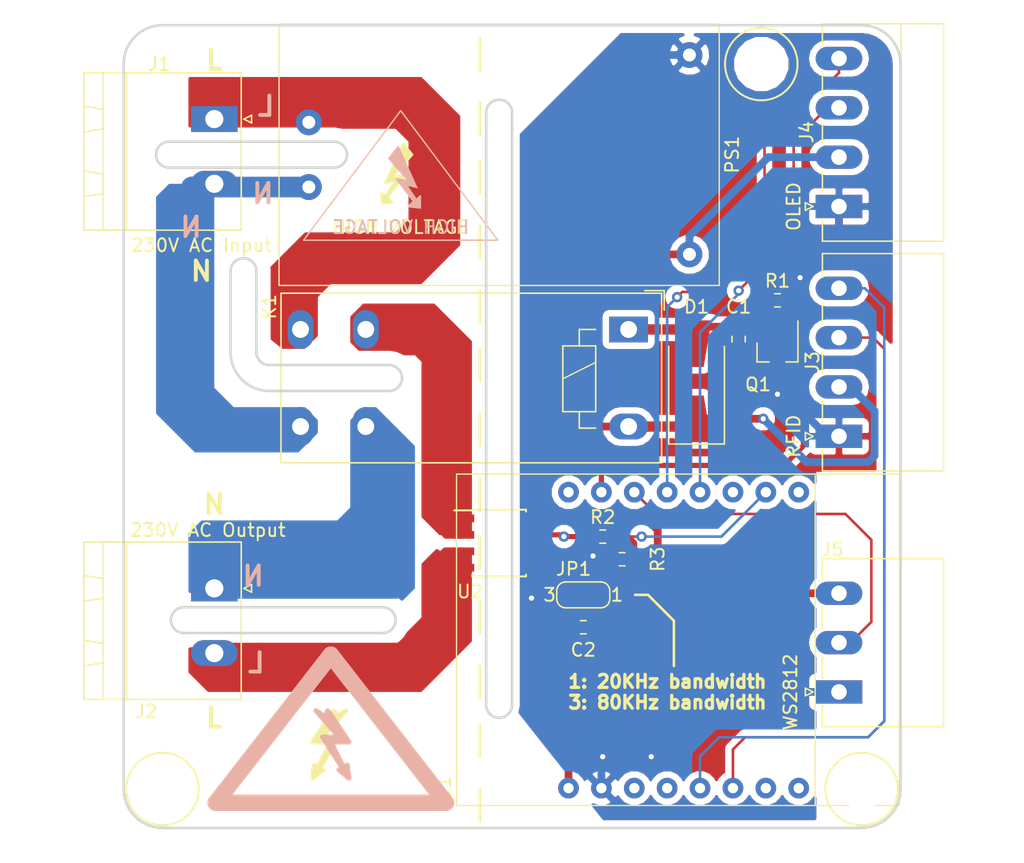
<source format=kicad_pcb>
(kicad_pcb (version 20171130) (host pcbnew "(5.0.0-rc2-dev-158-g52ab6216c)")

  (general
    (thickness 1.6)
    (drawings 54)
    (tracks 190)
    (zones 0)
    (modules 22)
    (nets 18)
  )

  (page A4)
  (layers
    (0 F.Cu signal)
    (31 B.Cu signal)
    (32 B.Adhes user)
    (33 F.Adhes user)
    (34 B.Paste user)
    (35 F.Paste user)
    (36 B.SilkS user)
    (37 F.SilkS user)
    (38 B.Mask user)
    (39 F.Mask user)
    (40 Dwgs.User user)
    (41 Cmts.User user)
    (42 Eco1.User user)
    (43 Eco2.User user)
    (44 Edge.Cuts user)
    (45 Margin user)
    (46 B.CrtYd user)
    (47 F.CrtYd user hide)
    (48 B.Fab user hide)
    (49 F.Fab user)
  )

  (setup
    (last_trace_width 0.6)
    (user_trace_width 0.4)
    (user_trace_width 0.6)
    (user_trace_width 0.8)
    (user_trace_width 1)
    (user_trace_width 1.2)
    (user_trace_width 1.4)
    (user_trace_width 1.6)
    (user_trace_width 2.5)
    (trace_clearance 0.2)
    (zone_clearance 0.5)
    (zone_45_only yes)
    (trace_min 0.2)
    (segment_width 0.2)
    (edge_width 0.2)
    (via_size 0.8)
    (via_drill 0.4)
    (via_min_size 0.8)
    (via_min_drill 0.4)
    (user_via 2.4 0.8)
    (uvia_size 0.3)
    (uvia_drill 0.1)
    (uvias_allowed no)
    (uvia_min_size 0.2)
    (uvia_min_drill 0.1)
    (pcb_text_width 0.3)
    (pcb_text_size 1.5 1.5)
    (mod_edge_width 0.15)
    (mod_text_size 1 1)
    (mod_text_width 0.15)
    (pad_size 3.2 3.2)
    (pad_drill 3.2)
    (pad_to_mask_clearance 0.2)
    (aux_axis_origin 0 0)
    (visible_elements 7FFFFFFF)
    (pcbplotparams
      (layerselection 0x010fc_ffffffff)
      (usegerberextensions false)
      (usegerberattributes false)
      (usegerberadvancedattributes false)
      (creategerberjobfile false)
      (excludeedgelayer true)
      (linewidth 0.100000)
      (plotframeref false)
      (viasonmask false)
      (mode 1)
      (useauxorigin false)
      (hpglpennumber 1)
      (hpglpenspeed 20)
      (hpglpendiameter 15)
      (psnegative false)
      (psa4output false)
      (plotreference true)
      (plotvalue true)
      (plotinvisibletext false)
      (padsonsilk false)
      (subtractmaskfromsilk false)
      (outputformat 1)
      (mirror false)
      (drillshape 1)
      (scaleselection 1)
      (outputdirectory ""))
  )

  (net 0 "")
  (net 1 "Net-(C1-Pad1)")
  (net 2 +5V)
  (net 3 GND)
  (net 4 "/Power Handling/AC_N")
  (net 5 "/Power Handling/AC_L")
  (net 6 "/Power Handling/AC_N_Switched")
  (net 7 "/Power Handling/AC_L_Switched")
  (net 8 "Net-(JP1-Pad2)")
  (net 9 "Net-(R2-Pad2)")
  (net 10 "Net-(K1-Pad11)")
  (net 11 SCL)
  (net 12 SDA)
  (net 13 RFID_SW)
  (net 14 RFID)
  (net 15 WS2812)
  (net 16 Relay)
  (net 17 VIsense)

  (net_class Default "This is the default net class."
    (clearance 0.2)
    (trace_width 0.2)
    (via_dia 0.8)
    (via_drill 0.4)
    (uvia_dia 0.3)
    (uvia_drill 0.1)
    (add_net +5V)
    (add_net "/Power Handling/AC_L")
    (add_net "/Power Handling/AC_L_Switched")
    (add_net "/Power Handling/AC_N")
    (add_net "/Power Handling/AC_N_Switched")
    (add_net GND)
    (add_net "Net-(C1-Pad1)")
    (add_net "Net-(JP1-Pad2)")
    (add_net "Net-(K1-Pad11)")
    (add_net "Net-(R2-Pad2)")
    (add_net RFID)
    (add_net RFID_SW)
    (add_net Relay)
    (add_net SCL)
    (add_net SDA)
    (add_net VIsense)
    (add_net WS2812)
  )

  (module Converter_ACDC:HLK-PM01 (layer F.Cu) (tedit 5ACA69CF) (tstamp 5B01A436)
    (at 71 46)
    (path /5AC9BE52/5AC93002)
    (fp_text reference PS1 (at 18 0 270) (layer F.SilkS)
      (effects (font (size 1 1) (thickness 0.15)))
    )
    (fp_text value HLK-PM01 (at 12.9 -11.1) (layer F.Fab)
      (effects (font (size 1 1) (thickness 0.15)))
    )
    (fp_line (start -15.1 6.6) (end -7.6 -3.4) (layer B.SilkS) (width 0.1))
    (fp_line (start -0.1 6.6) (end -15.1 6.6) (layer B.SilkS) (width 0.1))
    (fp_line (start -7.6 -3.4) (end -0.1 6.6) (layer B.SilkS) (width 0.1))
    (fp_poly (pts (xy -7.8 -0.6) (xy -8.5 0.3) (xy -7 2) (xy -7.9 1.9)
      (xy -6.6 3.6) (xy -7 4) (xy -6.1 4.1) (xy -6.1 3.2)
      (xy -6.4 3.5) (xy -7.2 2.3) (xy -6.4 2.5)) (layer B.SilkS) (width 0.15))
    (fp_text user "HIGH VOLTAGE" (at -7.6 5.6) (layer B.SilkS)
      (effects (font (size 1 1) (thickness 0.15)) (justify mirror))
    )
    (fp_text user "HIGH VOLTAGE" (at -7.6 5.6) (layer F.SilkS)
      (effects (font (size 1 1) (thickness 0.15)))
    )
    (fp_poly (pts (xy -7.4 -0.9) (xy -6.7 0) (xy -8.2 1.7) (xy -7.3 1.6)
      (xy -8.6 3.3) (xy -8.2 3.7) (xy -9.1 3.8) (xy -9.1 2.9)
      (xy -8.8 3.2) (xy -8 2) (xy -8.8 2.2)) (layer F.SilkS) (width 0.15))
    (fp_line (start -17 10.1) (end -17 -10.1) (layer F.SilkS) (width 0.1))
    (fp_line (start -17 -10.1) (end 17 -10.1) (layer F.SilkS) (width 0.1))
    (fp_line (start 17 -10.1) (end 17 10.1) (layer F.SilkS) (width 0.1))
    (fp_line (start 17 10.1) (end -17 10.1) (layer F.SilkS) (width 0.1))
    (fp_line (start -15.1 6.6) (end -7.6 -3.4) (layer F.SilkS) (width 0.1))
    (fp_line (start -7.6 -3.4) (end -0.1 6.6) (layer F.SilkS) (width 0.1))
    (fp_line (start -0.1 6.6) (end -15.1 6.6) (layer F.SilkS) (width 0.1))
    (pad 1 thru_hole circle (at -14.7 -2.5) (size 2 2) (drill 1) (layers *.Cu *.Mask)
      (net 5 "/Power Handling/AC_L"))
    (pad 2 thru_hole circle (at -14.7 2.5) (size 2 2) (drill 1) (layers *.Cu *.Mask)
      (net 4 "/Power Handling/AC_N"))
    (pad 3 thru_hole circle (at 14.7 -7.7) (size 2 2) (drill 1) (layers *.Cu *.Mask)
      (net 3 GND))
    (pad 4 thru_hole circle (at 14.7 7.7) (size 2 2) (drill 1) (layers *.Cu *.Mask)
      (net 2 +5V))
    (model ${KIPRJMOD}/3Dmodels/hlk-pm01.step
      (offset (xyz -17 -10 0))
      (scale (xyz 1 1 1))
      (rotate (xyz 0 0 0))
    )
  )

  (module Symbol:Symbol_Highvoltage_Type2_CopperTop_Small (layer B.Cu) (tedit 5ACA74F1) (tstamp 5AFBBDBE)
    (at 58 92.25 180)
    (descr "Symbol, Highvoltage, Type 2, Copper Top, Small,")
    (tags "Symbol, Highvoltage, Type 2, Copper Top, Small,")
    (fp_text reference REF** (at 0 10.16 180) (layer B.SilkS) hide
      (effects (font (size 1 1) (thickness 0.15)) (justify mirror))
    )
    (fp_text value Symbol_Highvoltage_Type2_CopperTop_Small (at 0 -7.62 180) (layer B.Fab)
      (effects (font (size 1 1) (thickness 0.15)) (justify mirror))
    )
    (fp_line (start 0 7.62) (end 8.89 -3.81) (layer B.SilkS) (width 1.27))
    (fp_line (start 8.89 -3.81) (end -8.89 -3.81) (layer B.SilkS) (width 1.27))
    (fp_line (start -8.89 -3.81) (end 0 7.62) (layer B.SilkS) (width 1.27))
    (fp_line (start 0.381 2.921) (end -1.016 1.016) (layer B.SilkS) (width 0.381))
    (fp_line (start -1.016 1.016) (end 0.254 1.016) (layer B.SilkS) (width 0.381))
    (fp_line (start -1.27 -0.889) (end -1.397 -1.905) (layer B.SilkS) (width 0.381))
    (fp_line (start -1.397 -1.905) (end -0.635 -1.27) (layer B.SilkS) (width 0.381))
    (fp_line (start -0.635 -1.27) (end -1.143 -1.524) (layer B.SilkS) (width 0.381))
    (fp_line (start -1.143 -1.524) (end 0.635 1.27) (layer B.SilkS) (width 0.381))
    (fp_line (start 0.635 1.27) (end -0.635 1.27) (layer B.SilkS) (width 0.381))
    (fp_line (start -0.635 1.27) (end 1.143 3.302) (layer B.SilkS) (width 0.381))
    (fp_line (start 1.143 3.302) (end 0.381 2.794) (layer B.SilkS) (width 0.381))
    (fp_line (start 0.381 2.794) (end 0.254 3.302) (layer B.SilkS) (width 0.381))
    (fp_line (start 0.127 3.175) (end -1.397 0.889) (layer B.SilkS) (width 0.381))
    (fp_line (start -1.397 0.889) (end 0 0.889) (layer B.SilkS) (width 0.381))
    (fp_line (start 0 0.889) (end -1.143 -1.397) (layer B.SilkS) (width 0.381))
    (fp_line (start -1.143 -1.397) (end -1.27 -0.889) (layer B.SilkS) (width 0.381))
  )

  (module Symbol:Symbol_Highvoltage_Type2_CopperTop_Small (layer F.Cu) (tedit 5ACA74F5) (tstamp 5AFBBBD8)
    (at 58 92.25)
    (descr "Symbol, Highvoltage, Type 2, Copper Top, Small,")
    (tags "Symbol, Highvoltage, Type 2, Copper Top, Small,")
    (fp_text reference REF** (at 0 -10.16) (layer F.SilkS) hide
      (effects (font (size 1 1) (thickness 0.15)))
    )
    (fp_text value Symbol_Highvoltage_Type2_CopperTop_Small (at 0 7.62) (layer F.Fab)
      (effects (font (size 1 1) (thickness 0.15)))
    )
    (fp_line (start -1.143 1.397) (end -1.27 0.889) (layer F.SilkS) (width 0.381))
    (fp_line (start 0 -0.889) (end -1.143 1.397) (layer F.SilkS) (width 0.381))
    (fp_line (start -1.397 -0.889) (end 0 -0.889) (layer F.SilkS) (width 0.381))
    (fp_line (start 0.127 -3.175) (end -1.397 -0.889) (layer F.SilkS) (width 0.381))
    (fp_line (start 0.381 -2.794) (end 0.254 -3.302) (layer F.SilkS) (width 0.381))
    (fp_line (start 1.143 -3.302) (end 0.381 -2.794) (layer F.SilkS) (width 0.381))
    (fp_line (start -0.635 -1.27) (end 1.143 -3.302) (layer F.SilkS) (width 0.381))
    (fp_line (start 0.635 -1.27) (end -0.635 -1.27) (layer F.SilkS) (width 0.381))
    (fp_line (start -1.143 1.524) (end 0.635 -1.27) (layer F.SilkS) (width 0.381))
    (fp_line (start -0.635 1.27) (end -1.143 1.524) (layer F.SilkS) (width 0.381))
    (fp_line (start -1.397 1.905) (end -0.635 1.27) (layer F.SilkS) (width 0.381))
    (fp_line (start -1.27 0.889) (end -1.397 1.905) (layer F.SilkS) (width 0.381))
    (fp_line (start -1.016 -1.016) (end 0.254 -1.016) (layer F.SilkS) (width 0.381))
    (fp_line (start 0.381 -2.921) (end -1.016 -1.016) (layer F.SilkS) (width 0.381))
    (fp_line (start -8.89 3.81) (end 0 -7.62) (layer F.SilkS) (width 1.27))
    (fp_line (start 8.89 3.81) (end -8.89 3.81) (layer F.SilkS) (width 1.27))
    (fp_line (start 0 -7.62) (end 8.89 3.81) (layer F.SilkS) (width 1.27))
  )

  (module MountingHole:MountingHole_3.2mm_M3_DIN965 (layer F.Cu) (tedit 5ACA6A19) (tstamp 5AF03143)
    (at 45 95)
    (descr "Mounting Hole 3.2mm, no annular, M3, DIN965")
    (tags "mounting hole 3.2mm no annular m3 din965")
    (attr virtual)
    (fp_text reference REF** (at 0 -3.8) (layer F.SilkS) hide
      (effects (font (size 1 1) (thickness 0.15)))
    )
    (fp_text value MountingHole_3.2mm_M3_DIN965 (at 0 3.8) (layer F.Fab)
      (effects (font (size 1 1) (thickness 0.15)))
    )
    (fp_circle (center 0 0) (end 3.05 0) (layer F.CrtYd) (width 0.05))
    (fp_circle (center 0 0) (end 2.8 0) (layer F.SilkS) (width 0.15))
    (fp_text user %R (at 0.3 0) (layer F.Fab)
      (effects (font (size 1 1) (thickness 0.15)))
    )
    (pad 1 np_thru_hole circle (at 0 0) (size 3.2 3.2) (drill 3.2) (layers *.Cu *.Mask))
  )

  (module MountingHole:MountingHole_3.2mm_M3_DIN965 (layer F.Cu) (tedit 5ACA6A0F) (tstamp 5AF03154)
    (at 99 95)
    (descr "Mounting Hole 3.2mm, no annular, M3, DIN965")
    (tags "mounting hole 3.2mm no annular m3 din965")
    (attr virtual)
    (fp_text reference REF** (at 0 -3.8) (layer F.SilkS) hide
      (effects (font (size 1 1) (thickness 0.15)))
    )
    (fp_text value MountingHole_3.2mm_M3_DIN965 (at 0 3.8) (layer F.Fab)
      (effects (font (size 1 1) (thickness 0.15)))
    )
    (fp_text user %R (at 0.3 0) (layer F.Fab)
      (effects (font (size 1 1) (thickness 0.15)))
    )
    (fp_circle (center 0 0) (end 2.8 0) (layer F.SilkS) (width 0.15))
    (fp_circle (center 0 0) (end 3.05 0) (layer F.CrtYd) (width 0.05))
    (pad 1 np_thru_hole circle (at 0 0) (size 3.2 3.2) (drill 3.2) (layers *.Cu *.Mask))
  )

  (module MountingHole:MountingHole_3.2mm_M3_DIN965 (layer F.Cu) (tedit 5ACA6A00) (tstamp 5AF03162)
    (at 91.25 39)
    (descr "Mounting Hole 3.2mm, no annular, M3, DIN965")
    (tags "mounting hole 3.2mm no annular m3 din965")
    (attr virtual)
    (fp_text reference REF** (at 0 -3.8) (layer F.SilkS) hide
      (effects (font (size 1 1) (thickness 0.15)))
    )
    (fp_text value MountingHole_3.2mm_M3_DIN965 (at 0 3.8) (layer F.Fab)
      (effects (font (size 1 1) (thickness 0.15)))
    )
    (fp_circle (center 0 0) (end 3.05 0) (layer F.CrtYd) (width 0.05))
    (fp_circle (center 0 0) (end 2.8 0) (layer F.SilkS) (width 0.15))
    (fp_text user %R (at 0.3 0) (layer F.Fab)
      (effects (font (size 1 1) (thickness 0.15)))
    )
    (pad "" np_thru_hole circle (at 0 0) (size 3.2 3.2) (drill 3.2) (layers *.Cu *.Mask))
  )

  (module Capacitor_SMD:C_0603_1608Metric_Pad0.84x1.00mm_HandSolder (layer F.Cu) (tedit 59FE48B8) (tstamp 5AD4184D)
    (at 89.5 60.25 270)
    (descr "Capacitor SMD 0603 (1608 Metric), square (rectangular) end terminal, IPC_7351 nominal with elongated pad for handsoldering. (Body size source: http://www.tortai-tech.com/upload/download/2011102023233369053.pdf), generated with kicad-footprint-generator")
    (tags "capacitor handsolder")
    (path /5AC9BE52/5AC9C37D)
    (attr smd)
    (fp_text reference C1 (at -2.5 0) (layer F.SilkS)
      (effects (font (size 1 1) (thickness 0.15)))
    )
    (fp_text value 10uF (at 0 1.65 270) (layer F.Fab)
      (effects (font (size 1 1) (thickness 0.15)))
    )
    (fp_line (start -0.8 0.4) (end -0.8 -0.4) (layer F.Fab) (width 0.1))
    (fp_line (start -0.8 -0.4) (end 0.8 -0.4) (layer F.Fab) (width 0.1))
    (fp_line (start 0.8 -0.4) (end 0.8 0.4) (layer F.Fab) (width 0.1))
    (fp_line (start 0.8 0.4) (end -0.8 0.4) (layer F.Fab) (width 0.1))
    (fp_line (start -0.22 -0.51) (end 0.22 -0.51) (layer F.SilkS) (width 0.12))
    (fp_line (start -0.22 0.51) (end 0.22 0.51) (layer F.SilkS) (width 0.12))
    (fp_line (start -1.64 0.75) (end -1.64 -0.75) (layer F.CrtYd) (width 0.05))
    (fp_line (start -1.64 -0.75) (end 1.64 -0.75) (layer F.CrtYd) (width 0.05))
    (fp_line (start 1.64 -0.75) (end 1.64 0.75) (layer F.CrtYd) (width 0.05))
    (fp_line (start 1.64 0.75) (end -1.64 0.75) (layer F.CrtYd) (width 0.05))
    (fp_text user %R (at 0 0 270) (layer F.Fab)
      (effects (font (size 0.5 0.5) (thickness 0.08)))
    )
    (pad 1 smd rect (at -0.9625 0 270) (size 0.845 1) (layers F.Cu F.Paste F.Mask)
      (net 1 "Net-(C1-Pad1)"))
    (pad 2 smd rect (at 0.9625 0 270) (size 0.845 1) (layers F.Cu F.Paste F.Mask)
      (net 2 +5V))
    (model ${KISYS3DMOD}/Capacitor_SMD.3dshapes/C_0603_1608Metric.step
      (at (xyz 0 0 0))
      (scale (xyz 1 1 1))
      (rotate (xyz 0 0 0))
    )
  )

  (module Capacitor_SMD:C_0603_1608Metric_Pad0.84x1.00mm_HandSolder (layer F.Cu) (tedit 59FE48B8) (tstamp 5AD4185E)
    (at 77.5 82.5)
    (descr "Capacitor SMD 0603 (1608 Metric), square (rectangular) end terminal, IPC_7351 nominal with elongated pad for handsoldering. (Body size source: http://www.tortai-tech.com/upload/download/2011102023233369053.pdf), generated with kicad-footprint-generator")
    (tags "capacitor handsolder")
    (path /5AC9BE52/5AC9C3C1)
    (attr smd)
    (fp_text reference C2 (at 0 1.75) (layer F.SilkS)
      (effects (font (size 1 1) (thickness 0.15)))
    )
    (fp_text value 0.1uF (at 0 1.65) (layer F.Fab)
      (effects (font (size 1 1) (thickness 0.15)))
    )
    (fp_text user %R (at 0 0) (layer F.Fab)
      (effects (font (size 0.5 0.5) (thickness 0.08)))
    )
    (fp_line (start 1.64 0.75) (end -1.64 0.75) (layer F.CrtYd) (width 0.05))
    (fp_line (start 1.64 -0.75) (end 1.64 0.75) (layer F.CrtYd) (width 0.05))
    (fp_line (start -1.64 -0.75) (end 1.64 -0.75) (layer F.CrtYd) (width 0.05))
    (fp_line (start -1.64 0.75) (end -1.64 -0.75) (layer F.CrtYd) (width 0.05))
    (fp_line (start -0.22 0.51) (end 0.22 0.51) (layer F.SilkS) (width 0.12))
    (fp_line (start -0.22 -0.51) (end 0.22 -0.51) (layer F.SilkS) (width 0.12))
    (fp_line (start 0.8 0.4) (end -0.8 0.4) (layer F.Fab) (width 0.1))
    (fp_line (start 0.8 -0.4) (end 0.8 0.4) (layer F.Fab) (width 0.1))
    (fp_line (start -0.8 -0.4) (end 0.8 -0.4) (layer F.Fab) (width 0.1))
    (fp_line (start -0.8 0.4) (end -0.8 -0.4) (layer F.Fab) (width 0.1))
    (pad 2 smd rect (at 0.9625 0) (size 0.845 1) (layers F.Cu F.Paste F.Mask)
      (net 2 +5V))
    (pad 1 smd rect (at -0.9625 0) (size 0.845 1) (layers F.Cu F.Paste F.Mask)
      (net 3 GND))
    (model ${KISYS3DMOD}/Capacitor_SMD.3dshapes/C_0603_1608Metric.step
      (at (xyz 0 0 0))
      (scale (xyz 1 1 1))
      (rotate (xyz 0 0 0))
    )
  )

  (module Diode_SMD:D_SMA-SMB_Universal_Handsoldering (layer F.Cu) (tedit 5864381A) (tstamp 5AC9FA03)
    (at 86.25 63.5 90)
    (descr "Diode, Universal, SMA (DO-214AC) or SMB (DO-214AA), Handsoldering,")
    (tags "Diode Universal SMA (DO-214AC) SMB (DO-214AA) Handsoldering ")
    (path /5AC9BE52/5AC9C366)
    (attr smd)
    (fp_text reference D1 (at 5.75 0 180) (layer F.SilkS)
      (effects (font (size 1 1) (thickness 0.15)))
    )
    (fp_text value 1N4001 (at 0 3.1 90) (layer F.Fab)
      (effects (font (size 1 1) (thickness 0.15)))
    )
    (fp_text user %R (at 0 -3 90) (layer F.Fab)
      (effects (font (size 1 1) (thickness 0.15)))
    )
    (fp_line (start -4.85 -2.15) (end -4.85 2.15) (layer F.SilkS) (width 0.12))
    (fp_line (start 2.3 2) (end -2.3 2) (layer F.Fab) (width 0.1))
    (fp_line (start -2.3 2) (end -2.3 -2) (layer F.Fab) (width 0.1))
    (fp_line (start 2.3 -2) (end 2.3 2) (layer F.Fab) (width 0.1))
    (fp_line (start 2.3 -2) (end -2.3 -2) (layer F.Fab) (width 0.1))
    (fp_line (start 2.3 1.5) (end -2.3 1.5) (layer F.Fab) (width 0.1))
    (fp_line (start -2.3 1.5) (end -2.3 -1.5) (layer F.Fab) (width 0.1))
    (fp_line (start 2.3 -1.5) (end 2.3 1.5) (layer F.Fab) (width 0.1))
    (fp_line (start 2.3 -1.5) (end -2.3 -1.5) (layer F.Fab) (width 0.1))
    (fp_line (start -4.95 -2.25) (end 4.95 -2.25) (layer F.CrtYd) (width 0.05))
    (fp_line (start 4.95 -2.25) (end 4.95 2.25) (layer F.CrtYd) (width 0.05))
    (fp_line (start 4.95 2.25) (end -4.95 2.25) (layer F.CrtYd) (width 0.05))
    (fp_line (start -4.95 2.25) (end -4.95 -2.25) (layer F.CrtYd) (width 0.05))
    (fp_line (start -0.64944 0.00102) (end -1.55114 0.00102) (layer F.Fab) (width 0.1))
    (fp_line (start 0.50118 0.00102) (end 1.4994 0.00102) (layer F.Fab) (width 0.1))
    (fp_line (start -0.64944 -0.79908) (end -0.64944 0.80112) (layer F.Fab) (width 0.1))
    (fp_line (start 0.50118 0.75032) (end 0.50118 -0.79908) (layer F.Fab) (width 0.1))
    (fp_line (start -0.64944 0.00102) (end 0.50118 0.75032) (layer F.Fab) (width 0.1))
    (fp_line (start -0.64944 0.00102) (end 0.50118 -0.79908) (layer F.Fab) (width 0.1))
    (fp_line (start -4.85 2.15) (end 2.7 2.15) (layer F.SilkS) (width 0.12))
    (fp_line (start -4.85 -2.15) (end 2.7 -2.15) (layer F.SilkS) (width 0.12))
    (pad 1 smd trapezoid (at -2.9 0 90) (size 3.6 1.7) (rect_delta 0.6 0 ) (layers F.Cu F.Paste F.Mask)
      (net 2 +5V))
    (pad 2 smd trapezoid (at 2.9 0 270) (size 3.6 1.7) (rect_delta 0.6 0 ) (layers F.Cu F.Paste F.Mask)
      (net 1 "Net-(C1-Pad1)"))
    (model ${KISYS3DMOD}/Diode_SMD.3dshapes/D_SMB.step
      (at (xyz 0 0 0))
      (scale (xyz 1 1 1))
      (rotate (xyz 0 0 0))
    )
  )

  (module Jumper:SolderJumper-3_P1.3mm_Bridged2Bar12_RoundedPad1.0x1.5mm_NumberLabels (layer F.Cu) (tedit 5A3F6CCC) (tstamp 5AD41999)
    (at 77.5 80 180)
    (descr "SMD Solder 3-pad Jumper, 1x1.5mm rounded Pads, 0.3mm gap, pads 1-2 Bridged2Bar with 2 copper strip, labeled with numbers")
    (tags "solder jumper open")
    (path /5AC9BE52/5AC9C3B0)
    (attr virtual)
    (fp_text reference JP1 (at 0.75 2 180) (layer F.SilkS)
      (effects (font (size 1 1) (thickness 0.15)))
    )
    (fp_text value BW_SEL (at 0 1.9 180) (layer F.Fab)
      (effects (font (size 1 1) (thickness 0.15)))
    )
    (fp_text user 3 (at 2.6 0 180) (layer F.SilkS)
      (effects (font (size 1 1) (thickness 0.15)))
    )
    (fp_text user 1 (at -2.6 0 180) (layer F.SilkS)
      (effects (font (size 1 1) (thickness 0.15)))
    )
    (fp_line (start -2.05 0.3) (end -2.05 -0.3) (layer F.SilkS) (width 0.12))
    (fp_line (start 1.4 1) (end -1.4 1) (layer F.SilkS) (width 0.12))
    (fp_line (start 2.05 -0.3) (end 2.05 0.3) (layer F.SilkS) (width 0.12))
    (fp_line (start -1.4 -1) (end 1.4 -1) (layer F.SilkS) (width 0.12))
    (fp_line (start -2.3 -1.25) (end 2.3 -1.25) (layer F.CrtYd) (width 0.05))
    (fp_line (start -2.3 -1.25) (end -2.3 1.25) (layer F.CrtYd) (width 0.05))
    (fp_line (start 2.3 1.25) (end 2.3 -1.25) (layer F.CrtYd) (width 0.05))
    (fp_line (start 2.3 1.25) (end -2.3 1.25) (layer F.CrtYd) (width 0.05))
    (fp_arc (start 1.35 -0.3) (end 2.05 -0.3) (angle -90) (layer F.SilkS) (width 0.12))
    (fp_arc (start 1.35 0.3) (end 1.35 1) (angle -90) (layer F.SilkS) (width 0.12))
    (fp_arc (start -1.35 0.3) (end -2.05 0.3) (angle -90) (layer F.SilkS) (width 0.12))
    (fp_arc (start -1.35 -0.3) (end -1.35 -1) (angle -90) (layer F.SilkS) (width 0.12))
    (pad 1 smd roundrect (at -1.3 0 180) (size 1 1.5) (layers F.Cu F.Mask)(roundrect_rratio 0.5)
      (net 2 +5V))
    (pad 1 smd rect (at -1 0 180) (size 0.5 1.5) (layers F.Cu F.Mask)
      (net 2 +5V))
    (pad 2 smd rect (at 0 0 180) (size 1 1.5) (layers F.Cu F.Mask)
      (net 8 "Net-(JP1-Pad2)"))
    (pad 3 smd roundrect (at 1.3 0 180) (size 1 1.5) (layers F.Cu F.Mask)(roundrect_rratio 0.5)
      (net 3 GND))
    (pad 3 smd rect (at 1 0 180) (size 0.5 1.5) (layers F.Cu F.Mask)
      (net 3 GND))
    (pad 1 smd rect (at -0.65 -0.4 180) (size 0.5 0.4) (layers F.Cu F.Mask)
      (net 2 +5V))
    (pad 1 smd rect (at -0.65 0.4 180) (size 0.5 0.4) (layers F.Cu F.Mask)
      (net 2 +5V))
  )

  (module Relay_THT:Relay_DPST_Schrack-RT2-FormA_RM5mm (layer F.Cu) (tedit 5A6353CA) (tstamp 5B01A213)
    (at 81 59.5 180)
    (descr "Relay DPST Schrack-RT2 RM5mm 16A 250V AC Form A http://www.te.com/commerce/DocumentDelivery/DDEController?Action=srchrtrv&DocNm=RT2_reflow&DocType=DS&DocLang=EN")
    (tags "Relay DPST Schrack-RT2 RM5mm 16A 250V AC Relay")
    (path /5AC9BE52/5AC87461)
    (fp_text reference K1 (at 27.75 1.75 270) (layer F.SilkS)
      (effects (font (size 1 1) (thickness 0.15)))
    )
    (fp_text value G2RL-2A-DC5 (at 12.192 4.25 180) (layer F.Fab)
      (effects (font (size 1 1) (thickness 0.15)))
    )
    (fp_line (start -2.75 3) (end -1.25 3) (layer F.SilkS) (width 0.12))
    (fp_line (start -2.75 1.5) (end -2.75 3) (layer F.SilkS) (width 0.12))
    (fp_line (start -2.35 1.6) (end -1.35 2.6) (layer F.Fab) (width 0.1))
    (fp_line (start 26.65 2.6) (end 26.65 -10.1) (layer F.Fab) (width 0.1))
    (fp_line (start 26.65 -10.1) (end -2.35 -10.1) (layer F.Fab) (width 0.1))
    (fp_line (start -2.35 -10.1) (end -2.35 1.6) (layer F.Fab) (width 0.1))
    (fp_text user %R (at 12.065 -3.81) (layer F.Fab)
      (effects (font (size 1 1) (thickness 0.15)))
    )
    (fp_line (start 27.1 3.05) (end 27.1 -10.55) (layer F.CrtYd) (width 0.05))
    (fp_line (start -2.8 3.05) (end 27.1 3.05) (layer F.CrtYd) (width 0.05))
    (fp_line (start -2.8 -10.55) (end -2.8 3.05) (layer F.CrtYd) (width 0.05))
    (fp_line (start 27.1 -10.55) (end -2.8 -10.55) (layer F.CrtYd) (width 0.05))
    (fp_line (start 3.81 -6.35) (end 3.81 -7.62) (layer F.SilkS) (width 0.12))
    (fp_line (start 3.81 -7.62) (end 2.54 -7.62) (layer F.SilkS) (width 0.12))
    (fp_line (start 2.54 0) (end 3.81 0) (layer F.SilkS) (width 0.12))
    (fp_line (start 3.81 0) (end 3.81 -1.27) (layer F.SilkS) (width 0.12))
    (fp_line (start 3.81 -1.27) (end 5.08 -1.27) (layer F.SilkS) (width 0.12))
    (fp_line (start 5.08 -1.27) (end 5.08 -6.35) (layer F.SilkS) (width 0.12))
    (fp_line (start 5.08 -6.35) (end 2.54 -6.35) (layer F.SilkS) (width 0.12))
    (fp_line (start 2.54 -6.35) (end 2.54 -1.27) (layer F.SilkS) (width 0.12))
    (fp_line (start 2.54 -1.27) (end 3.81 -1.27) (layer F.SilkS) (width 0.12))
    (fp_line (start 0 -1.27) (end 0 -6.35) (layer F.Fab) (width 0.12))
    (fp_line (start -2.55 -10.3) (end -2.55 2.8) (layer F.SilkS) (width 0.12))
    (fp_line (start 26.85 -10.3) (end -2.55 -10.3) (layer F.SilkS) (width 0.12))
    (fp_line (start 26.85 2.8) (end 26.85 -10.3) (layer F.SilkS) (width 0.12))
    (fp_line (start -2.55 2.8) (end 26.85 2.8) (layer F.SilkS) (width 0.12))
    (fp_line (start -1.35 2.6) (end 26.65 2.6) (layer F.Fab) (width 0.1))
    (fp_line (start 2.54 -2.54) (end 5.08 -3.81) (layer F.SilkS) (width 0.1))
    (pad A1 thru_hole rect (at 0 0) (size 3 2) (drill 1.3) (layers *.Cu *.Mask)
      (net 1 "Net-(C1-Pad1)"))
    (pad A2 thru_hole oval (at 0 -7.5) (size 3 2) (drill 1.3) (layers *.Cu *.Mask)
      (net 2 +5V))
    (pad 11 thru_hole oval (at 20.3 0) (size 2 3) (drill 1.3) (layers *.Cu *.Mask)
      (net 10 "Net-(K1-Pad11)"))
    (pad 24 thru_hole oval (at 25.34 -7.5) (size 2 3) (drill 1.3) (layers *.Cu *.Mask)
      (net 4 "/Power Handling/AC_N"))
    (pad 21 thru_hole oval (at 20.3 -7.5) (size 2 3) (drill 1.3) (layers *.Cu *.Mask)
      (net 6 "/Power Handling/AC_N_Switched"))
    (pad 14 thru_hole oval (at 25.34 0) (size 2 3) (drill 1.3) (layers *.Cu *.Mask)
      (net 5 "/Power Handling/AC_L"))
    (model ${KIPRJMOD}/3Dmodels/G2RL_2A.step
      (at (xyz 0 0 0))
      (scale (xyz 1 1 1))
      (rotate (xyz -90 0 0))
    )
  )

  (module Package_TO_SOT_SMD:SOT-23_Handsoldering (layer F.Cu) (tedit 5A0AB76C) (tstamp 5AD419E9)
    (at 92.5 61.25 270)
    (descr "SOT-23, Handsoldering")
    (tags SOT-23)
    (path /5AC9BE52/5AC9C39B)
    (attr smd)
    (fp_text reference Q1 (at 2.5 1.5) (layer F.SilkS)
      (effects (font (size 1 1) (thickness 0.15)))
    )
    (fp_text value FDN339AN (at 0 2.5 270) (layer F.Fab)
      (effects (font (size 1 1) (thickness 0.15)))
    )
    (fp_text user %R (at 0 0) (layer F.Fab)
      (effects (font (size 0.5 0.5) (thickness 0.075)))
    )
    (fp_line (start 0.76 1.58) (end 0.76 0.65) (layer F.SilkS) (width 0.12))
    (fp_line (start 0.76 -1.58) (end 0.76 -0.65) (layer F.SilkS) (width 0.12))
    (fp_line (start -2.7 -1.75) (end 2.7 -1.75) (layer F.CrtYd) (width 0.05))
    (fp_line (start 2.7 -1.75) (end 2.7 1.75) (layer F.CrtYd) (width 0.05))
    (fp_line (start 2.7 1.75) (end -2.7 1.75) (layer F.CrtYd) (width 0.05))
    (fp_line (start -2.7 1.75) (end -2.7 -1.75) (layer F.CrtYd) (width 0.05))
    (fp_line (start 0.76 -1.58) (end -2.4 -1.58) (layer F.SilkS) (width 0.12))
    (fp_line (start -0.7 -0.95) (end -0.7 1.5) (layer F.Fab) (width 0.1))
    (fp_line (start -0.15 -1.52) (end 0.7 -1.52) (layer F.Fab) (width 0.1))
    (fp_line (start -0.7 -0.95) (end -0.15 -1.52) (layer F.Fab) (width 0.1))
    (fp_line (start 0.7 -1.52) (end 0.7 1.52) (layer F.Fab) (width 0.1))
    (fp_line (start -0.7 1.52) (end 0.7 1.52) (layer F.Fab) (width 0.1))
    (fp_line (start 0.76 1.58) (end -0.7 1.58) (layer F.SilkS) (width 0.12))
    (pad 1 smd rect (at -1.5 -0.95 270) (size 1.9 0.8) (layers F.Cu F.Paste F.Mask)
      (net 16 Relay))
    (pad 2 smd rect (at -1.5 0.95 270) (size 1.9 0.8) (layers F.Cu F.Paste F.Mask)
      (net 1 "Net-(C1-Pad1)"))
    (pad 3 smd rect (at 1.5 0 270) (size 1.9 0.8) (layers F.Cu F.Paste F.Mask)
      (net 3 GND))
    (model ${KISYS3DMOD}/Package_TO_SOT_SMD.3dshapes/SOT-23.step
      (at (xyz 0 0 0))
      (scale (xyz 1 1 1))
      (rotate (xyz 0 0 0))
    )
  )

  (module Resistor_SMD:R_0603_1608Metric_Pad0.84x1.00mm_HandSolder (layer F.Cu) (tedit 59FE48B8) (tstamp 5AD419FA)
    (at 92.5 57.25 180)
    (descr "Resistor SMD 0603 (1608 Metric), square (rectangular) end terminal, IPC_7351 nominal with elongated pad for handsoldering. (Body size source: http://www.tortai-tech.com/upload/download/2011102023233369053.pdf), generated with kicad-footprint-generator")
    (tags "resistor handsolder")
    (path /5AC9BE52/5AC9C391)
    (attr smd)
    (fp_text reference R1 (at 0 1.5 180) (layer F.SilkS)
      (effects (font (size 1 1) (thickness 0.15)))
    )
    (fp_text value 15k (at 0 1.65 180) (layer F.Fab)
      (effects (font (size 1 1) (thickness 0.15)))
    )
    (fp_line (start -0.8 0.4) (end -0.8 -0.4) (layer F.Fab) (width 0.1))
    (fp_line (start -0.8 -0.4) (end 0.8 -0.4) (layer F.Fab) (width 0.1))
    (fp_line (start 0.8 -0.4) (end 0.8 0.4) (layer F.Fab) (width 0.1))
    (fp_line (start 0.8 0.4) (end -0.8 0.4) (layer F.Fab) (width 0.1))
    (fp_line (start -0.22 -0.51) (end 0.22 -0.51) (layer F.SilkS) (width 0.12))
    (fp_line (start -0.22 0.51) (end 0.22 0.51) (layer F.SilkS) (width 0.12))
    (fp_line (start -1.64 0.75) (end -1.64 -0.75) (layer F.CrtYd) (width 0.05))
    (fp_line (start -1.64 -0.75) (end 1.64 -0.75) (layer F.CrtYd) (width 0.05))
    (fp_line (start 1.64 -0.75) (end 1.64 0.75) (layer F.CrtYd) (width 0.05))
    (fp_line (start 1.64 0.75) (end -1.64 0.75) (layer F.CrtYd) (width 0.05))
    (fp_text user %R (at 0 0 180) (layer F.Fab)
      (effects (font (size 0.5 0.5) (thickness 0.08)))
    )
    (pad 1 smd rect (at -0.9625 0 180) (size 0.845 1) (layers F.Cu F.Paste F.Mask)
      (net 16 Relay))
    (pad 2 smd rect (at 0.9625 0 180) (size 0.845 1) (layers F.Cu F.Paste F.Mask)
      (net 3 GND))
    (model ${KISYS3DMOD}/Resistor_SMD.3dshapes/R_0603_1608Metric.step
      (at (xyz 0 0 0))
      (scale (xyz 1 1 1))
      (rotate (xyz 0 0 0))
    )
  )

  (module "RF_Module:Wemos D1 Mini" (layer F.Cu) (tedit 5AC80EC4) (tstamp 5B01C67B)
    (at 85.25 83.5 270)
    (path /5AC90283)
    (fp_text reference U1 (at 11.5 18.5 270) (layer F.SilkS)
      (effects (font (size 1 1) (thickness 0.15)))
    )
    (fp_text value Wemos-D1-mini (at 0 8.89 270) (layer F.Fab)
      (effects (font (size 1 1) (thickness 0.15)))
    )
    (fp_text user "Antenna. Keep clear" (at 0 -12.7 270) (layer F.Fab)
      (effects (font (size 1 1) (thickness 0.15)))
    )
    (fp_line (start -12.7 -10.16) (end 12.7 -10.16) (layer F.SilkS) (width 0.1))
    (fp_line (start -12.83 17.54) (end -12.83 -16.66) (layer F.SilkS) (width 0.1))
    (fp_line (start 12.77 17.54) (end -12.83 17.54) (layer F.SilkS) (width 0.1))
    (fp_line (start 12.77 -16.66) (end 12.77 17.54) (layer F.SilkS) (width 0.1))
    (fp_line (start -12.83 -16.66) (end 12.77 -16.66) (layer F.SilkS) (width 0.1))
    (pad 16 thru_hole circle (at 11.43 -8.89 270) (size 1.6 1.6) (drill 0.8) (layers *.Cu *.Mask))
    (pad 15 thru_hole circle (at 11.43 -6.35 270) (size 1.6 1.6) (drill 0.8) (layers *.Cu *.Mask))
    (pad 14 thru_hole circle (at 11.43 -3.81 270) (size 1.6 1.6) (drill 0.8) (layers *.Cu *.Mask)
      (net 11 SCL))
    (pad 13 thru_hole circle (at 11.43 -1.27 270) (size 1.6 1.6) (drill 0.8) (layers *.Cu *.Mask)
      (net 12 SDA))
    (pad 12 thru_hole circle (at 11.43 1.27 270) (size 1.6 1.6) (drill 0.8) (layers *.Cu *.Mask))
    (pad 11 thru_hole circle (at 11.43 3.81 270) (size 1.6 1.6) (drill 0.8) (layers *.Cu *.Mask))
    (pad 10 thru_hole circle (at 11.43 6.35 270) (size 1.6 1.6) (drill 0.8) (layers *.Cu *.Mask)
      (net 3 GND))
    (pad 9 thru_hole circle (at 11.43 8.89 270) (size 1.6 1.6) (drill 0.8) (layers *.Cu *.Mask)
      (net 2 +5V))
    (pad 8 thru_hole circle (at -11.43 8.89 270) (size 1.6 1.6) (drill 0.8) (layers *.Cu *.Mask))
    (pad 7 thru_hole circle (at -11.43 6.35 270) (size 1.6 1.6) (drill 0.8) (layers *.Cu *.Mask)
      (net 16 Relay))
    (pad 6 thru_hole circle (at -11.43 3.81 270) (size 1.6 1.6) (drill 0.8) (layers *.Cu *.Mask)
      (net 15 WS2812))
    (pad 5 thru_hole circle (at -11.43 1.27 270) (size 1.6 1.6) (drill 0.8) (layers *.Cu *.Mask)
      (net 13 RFID_SW))
    (pad 4 thru_hole circle (at -11.43 -1.27 270) (size 1.6 1.6) (drill 0.8) (layers *.Cu *.Mask)
      (net 14 RFID))
    (pad 3 thru_hole circle (at -11.43 -3.81 270) (size 1.6 1.6) (drill 0.8) (layers *.Cu *.Mask))
    (pad 2 thru_hole circle (at -11.43 -6.35 270) (size 1.6 1.6) (drill 0.8) (layers *.Cu *.Mask)
      (net 9 "Net-(R2-Pad2)"))
    (pad 1 thru_hole circle (at -11.43 -8.89 270) (size 1.6 1.6) (drill 0.8) (layers *.Cu *.Mask))
    (model ${KIPRJMOD}/3Dmodels/WEMOSD1mini.step
      (offset (xyz 12.5 -17 9.5))
      (scale (xyz 0.97 1 0.99))
      (rotate (xyz -90 0 0))
    )
    (model ${KISYS3DMOD}/Connector_PinHeader_2.54mm.3dshapes/PinHeader_1x08_P2.54mm_Vertical.step
      (offset (xyz 11.5 9 9.5))
      (scale (xyz 1 1 1))
      (rotate (xyz 0 -180 0))
    )
    (model ${KISYS3DMOD}/Connector_PinHeader_2.54mm.3dshapes/PinHeader_1x08_P2.54mm_Vertical.step
      (offset (xyz -11.5 9 9.5))
      (scale (xyz 1 1 1))
      (rotate (xyz 0 -180 0))
    )
    (model ${KISYS3DMOD}/Connector_PinSocket_2.54mm.3dshapes/PinSocket_1x08_P2.54mm_Vertical.step
      (offset (xyz 11.5 9 0))
      (scale (xyz 1 1 1))
      (rotate (xyz 0 0 0))
    )
    (model ${KISYS3DMOD}/Connector_PinSocket_2.54mm.3dshapes/PinSocket_1x08_P2.54mm_Vertical.step
      (offset (xyz -11.5 9 0))
      (scale (xyz 1 1 1))
      (rotate (xyz 0 0 0))
    )
  )

  (module Package_SO:SOIC-8_3.9x4.9mm_P1.27mm (layer F.Cu) (tedit 5A02F2D3) (tstamp 5B01A4ED)
    (at 71 76)
    (descr "8-Lead Plastic Small Outline (SN) - Narrow, 3.90 mm Body [SOIC] (see Microchip Packaging Specification 00000049BS.pdf)")
    (tags "SOIC 1.27")
    (path /5AC9BE52/5AC9C3A9)
    (attr smd)
    (fp_text reference U2 (at -2.25 3.75) (layer F.SilkS)
      (effects (font (size 1 1) (thickness 0.15)))
    )
    (fp_text value ACS723xMATR-10AB (at 0 3.5) (layer F.Fab)
      (effects (font (size 1 1) (thickness 0.15)))
    )
    (fp_text user %R (at 0 0) (layer F.Fab)
      (effects (font (size 1 1) (thickness 0.15)))
    )
    (fp_line (start -0.95 -2.45) (end 1.95 -2.45) (layer F.Fab) (width 0.1))
    (fp_line (start 1.95 -2.45) (end 1.95 2.45) (layer F.Fab) (width 0.1))
    (fp_line (start 1.95 2.45) (end -1.95 2.45) (layer F.Fab) (width 0.1))
    (fp_line (start -1.95 2.45) (end -1.95 -1.45) (layer F.Fab) (width 0.1))
    (fp_line (start -1.95 -1.45) (end -0.95 -2.45) (layer F.Fab) (width 0.1))
    (fp_line (start -3.73 -2.7) (end -3.73 2.7) (layer F.CrtYd) (width 0.05))
    (fp_line (start 3.73 -2.7) (end 3.73 2.7) (layer F.CrtYd) (width 0.05))
    (fp_line (start -3.73 -2.7) (end 3.73 -2.7) (layer F.CrtYd) (width 0.05))
    (fp_line (start -3.73 2.7) (end 3.73 2.7) (layer F.CrtYd) (width 0.05))
    (fp_line (start -2.075 -2.575) (end -2.075 -2.525) (layer F.SilkS) (width 0.15))
    (fp_line (start 2.075 -2.575) (end 2.075 -2.43) (layer F.SilkS) (width 0.15))
    (fp_line (start 2.075 2.575) (end 2.075 2.43) (layer F.SilkS) (width 0.15))
    (fp_line (start -2.075 2.575) (end -2.075 2.43) (layer F.SilkS) (width 0.15))
    (fp_line (start -2.075 -2.575) (end 2.075 -2.575) (layer F.SilkS) (width 0.15))
    (fp_line (start -2.075 2.575) (end 2.075 2.575) (layer F.SilkS) (width 0.15))
    (fp_line (start -2.075 -2.525) (end -3.475 -2.525) (layer F.SilkS) (width 0.15))
    (pad 1 smd rect (at -2.7 -1.905) (size 1.55 0.6) (layers F.Cu F.Paste F.Mask)
      (net 10 "Net-(K1-Pad11)"))
    (pad 2 smd rect (at -2.7 -0.635) (size 1.55 0.6) (layers F.Cu F.Paste F.Mask)
      (net 10 "Net-(K1-Pad11)"))
    (pad 3 smd rect (at -2.7 0.635) (size 1.55 0.6) (layers F.Cu F.Paste F.Mask)
      (net 7 "/Power Handling/AC_L_Switched"))
    (pad 4 smd rect (at -2.7 1.905) (size 1.55 0.6) (layers F.Cu F.Paste F.Mask)
      (net 7 "/Power Handling/AC_L_Switched"))
    (pad 5 smd rect (at 2.7 1.905) (size 1.55 0.6) (layers F.Cu F.Paste F.Mask)
      (net 3 GND))
    (pad 6 smd rect (at 2.7 0.635) (size 1.55 0.6) (layers F.Cu F.Paste F.Mask)
      (net 8 "Net-(JP1-Pad2)"))
    (pad 7 smd rect (at 2.7 -0.635) (size 1.55 0.6) (layers F.Cu F.Paste F.Mask)
      (net 17 VIsense))
    (pad 8 smd rect (at 2.7 -1.905) (size 1.55 0.6) (layers F.Cu F.Paste F.Mask)
      (net 2 +5V))
    (model ${KISYS3DMOD}/Package_SO.3dshapes/SOIC-8_3.9x4.9mm_P1.27mm.step
      (at (xyz 0 0 0))
      (scale (xyz 1 1 1))
      (rotate (xyz 0 0 0))
    )
  )

  (module Resistor_SMD:R_0603_1608Metric_Pad0.84x1.00mm_HandSolder (layer F.Cu) (tedit 59FE48B8) (tstamp 5AF63781)
    (at 79 75.5)
    (descr "Resistor SMD 0603 (1608 Metric), square (rectangular) end terminal, IPC_7351 nominal with elongated pad for handsoldering. (Body size source: http://www.tortai-tech.com/upload/download/2011102023233369053.pdf), generated with kicad-footprint-generator")
    (tags "resistor handsolder")
    (path /5ACA1835)
    (attr smd)
    (fp_text reference R2 (at 0 -1.5) (layer F.SilkS)
      (effects (font (size 1 1) (thickness 0.15)))
    )
    (fp_text value 6K8 (at 0 1.65) (layer F.Fab)
      (effects (font (size 1 1) (thickness 0.15)))
    )
    (fp_line (start -0.8 0.4) (end -0.8 -0.4) (layer F.Fab) (width 0.1))
    (fp_line (start -0.8 -0.4) (end 0.8 -0.4) (layer F.Fab) (width 0.1))
    (fp_line (start 0.8 -0.4) (end 0.8 0.4) (layer F.Fab) (width 0.1))
    (fp_line (start 0.8 0.4) (end -0.8 0.4) (layer F.Fab) (width 0.1))
    (fp_line (start -0.22 -0.51) (end 0.22 -0.51) (layer F.SilkS) (width 0.12))
    (fp_line (start -0.22 0.51) (end 0.22 0.51) (layer F.SilkS) (width 0.12))
    (fp_line (start -1.64 0.75) (end -1.64 -0.75) (layer F.CrtYd) (width 0.05))
    (fp_line (start -1.64 -0.75) (end 1.64 -0.75) (layer F.CrtYd) (width 0.05))
    (fp_line (start 1.64 -0.75) (end 1.64 0.75) (layer F.CrtYd) (width 0.05))
    (fp_line (start 1.64 0.75) (end -1.64 0.75) (layer F.CrtYd) (width 0.05))
    (fp_text user %R (at 0 0) (layer F.Fab)
      (effects (font (size 0.5 0.5) (thickness 0.08)))
    )
    (pad 1 smd rect (at -0.9625 0) (size 0.845 1) (layers F.Cu F.Paste F.Mask)
      (net 17 VIsense))
    (pad 2 smd rect (at 0.9625 0) (size 0.845 1) (layers F.Cu F.Paste F.Mask)
      (net 9 "Net-(R2-Pad2)"))
    (model ${KISYS3DMOD}/Resistor_SMD.3dshapes/R_0603_1608Metric.wrl
      (at (xyz 0 0 0))
      (scale (xyz 1 1 1))
      (rotate (xyz 0 0 0))
    )
  )

  (module Resistor_SMD:R_0603_1608Metric_Pad0.84x1.00mm_HandSolder (layer F.Cu) (tedit 59FE48B8) (tstamp 5AF63751)
    (at 80.5 77.25 180)
    (descr "Resistor SMD 0603 (1608 Metric), square (rectangular) end terminal, IPC_7351 nominal with elongated pad for handsoldering. (Body size source: http://www.tortai-tech.com/upload/download/2011102023233369053.pdf), generated with kicad-footprint-generator")
    (tags "resistor handsolder")
    (path /5ACA1E9C)
    (attr smd)
    (fp_text reference R3 (at -2.75 0 270) (layer F.SilkS)
      (effects (font (size 1 1) (thickness 0.15)))
    )
    (fp_text value 15K (at 0 1.65 180) (layer F.Fab)
      (effects (font (size 1 1) (thickness 0.15)))
    )
    (fp_text user %R (at 0 0 180) (layer F.Fab)
      (effects (font (size 0.5 0.5) (thickness 0.08)))
    )
    (fp_line (start 1.64 0.75) (end -1.64 0.75) (layer F.CrtYd) (width 0.05))
    (fp_line (start 1.64 -0.75) (end 1.64 0.75) (layer F.CrtYd) (width 0.05))
    (fp_line (start -1.64 -0.75) (end 1.64 -0.75) (layer F.CrtYd) (width 0.05))
    (fp_line (start -1.64 0.75) (end -1.64 -0.75) (layer F.CrtYd) (width 0.05))
    (fp_line (start -0.22 0.51) (end 0.22 0.51) (layer F.SilkS) (width 0.12))
    (fp_line (start -0.22 -0.51) (end 0.22 -0.51) (layer F.SilkS) (width 0.12))
    (fp_line (start 0.8 0.4) (end -0.8 0.4) (layer F.Fab) (width 0.1))
    (fp_line (start 0.8 -0.4) (end 0.8 0.4) (layer F.Fab) (width 0.1))
    (fp_line (start -0.8 -0.4) (end 0.8 -0.4) (layer F.Fab) (width 0.1))
    (fp_line (start -0.8 0.4) (end -0.8 -0.4) (layer F.Fab) (width 0.1))
    (pad 2 smd rect (at 0.9625 0 180) (size 0.845 1) (layers F.Cu F.Paste F.Mask)
      (net 3 GND))
    (pad 1 smd rect (at -0.9625 0 180) (size 0.845 1) (layers F.Cu F.Paste F.Mask)
      (net 9 "Net-(R2-Pad2)"))
    (model ${KISYS3DMOD}/Resistor_SMD.3dshapes/R_0603_1608Metric.step
      (at (xyz 0 0 0))
      (scale (xyz 1 1 1))
      (rotate (xyz 0 0 0))
    )
  )

  (module Connector_Phoenix_MC:PhoenixContact_MC_1,5_4-G-3.81_1x04_P3.81mm_Horizontal (layer F.Cu) (tedit 5ACA635B) (tstamp 5AEFCB60)
    (at 97.25 67.75 90)
    (descr "Generic Phoenix Contact connector footprint for: MC_1,5/4-G-3.81; number of pins: 04; pin pitch: 3.81mm; Angled || order number: 1803293 8A 160V")
    (tags "phoenix_contact connector MC_01x04_G_3.81mm")
    (path /5ACA4D49)
    (fp_text reference J3 (at 5.715 -2.05 90) (layer F.SilkS)
      (effects (font (size 1 1) (thickness 0.15)))
    )
    (fp_text value RFID (at 0 -3.5 90) (layer F.SilkS)
      (effects (font (size 1 1) (thickness 0.15)))
    )
    (fp_line (start -2.68 -1.28) (end -2.68 8.08) (layer F.SilkS) (width 0.12))
    (fp_line (start -2.68 8.08) (end 14.11 8.08) (layer F.SilkS) (width 0.12))
    (fp_line (start 14.11 8.08) (end 14.11 -1.28) (layer F.SilkS) (width 0.12))
    (fp_line (start -2.68 -1.28) (end -1.05 -1.28) (layer F.SilkS) (width 0.12))
    (fp_line (start 14.11 -1.28) (end 12.48 -1.28) (layer F.SilkS) (width 0.12))
    (fp_line (start 1.05 -1.28) (end 2.76 -1.28) (layer F.SilkS) (width 0.12))
    (fp_line (start 4.86 -1.28) (end 6.57 -1.28) (layer F.SilkS) (width 0.12))
    (fp_line (start 8.67 -1.28) (end 10.38 -1.28) (layer F.SilkS) (width 0.12))
    (fp_line (start -2.6 -1.2) (end -2.6 8) (layer F.Fab) (width 0.1))
    (fp_line (start -2.6 8) (end 14.03 8) (layer F.Fab) (width 0.1))
    (fp_line (start 14.03 8) (end 14.03 -1.2) (layer F.Fab) (width 0.1))
    (fp_line (start 14.03 -1.2) (end -2.6 -1.2) (layer F.Fab) (width 0.1))
    (fp_line (start -2.68 4.8) (end 14.11 4.8) (layer F.SilkS) (width 0.12))
    (fp_line (start -3.18 -2.3) (end -3.18 8.5) (layer F.CrtYd) (width 0.05))
    (fp_line (start -3.18 8.5) (end 14.53 8.5) (layer F.CrtYd) (width 0.05))
    (fp_line (start 14.53 8.5) (end 14.53 -2.3) (layer F.CrtYd) (width 0.05))
    (fp_line (start 14.53 -2.3) (end -3.18 -2.3) (layer F.CrtYd) (width 0.05))
    (fp_line (start 0.3 -2.6) (end 0 -2) (layer F.SilkS) (width 0.12))
    (fp_line (start 0 -2) (end -0.3 -2.6) (layer F.SilkS) (width 0.12))
    (fp_line (start -0.3 -2.6) (end 0.3 -2.6) (layer F.SilkS) (width 0.12))
    (fp_line (start 0.8 -1.2) (end 0 0) (layer F.Fab) (width 0.1))
    (fp_line (start 0 0) (end -0.8 -1.2) (layer F.Fab) (width 0.1))
    (fp_text user %R (at 5.715 3 90) (layer F.Fab)
      (effects (font (size 1 1) (thickness 0.15)))
    )
    (pad 1 thru_hole rect (at 0 0 90) (size 1.8 3.6) (drill 1.2) (layers *.Cu *.Mask)
      (net 3 GND))
    (pad 2 thru_hole oval (at 3.81 0 90) (size 1.8 3.6) (drill 1.2) (layers *.Cu *.Mask)
      (net 2 +5V))
    (pad 3 thru_hole oval (at 7.62 0 90) (size 1.8 3.6) (drill 1.2) (layers *.Cu *.Mask)
      (net 11 SCL))
    (pad 4 thru_hole oval (at 11.43 0 90) (size 1.8 3.6) (drill 1.2) (layers *.Cu *.Mask)
      (net 12 SDA))
    (model ${KISYS3DMOD}/Connector_Phoenix_MC.3dshapes/PhoenixContact_MC_1,5_4-G-3.81_1x04_P3.81mm_Horizontal.wrl
      (at (xyz 0 0 0))
      (scale (xyz 1 1 1))
      (rotate (xyz 0 0 0))
    )
  )

  (module Connector_Phoenix_MC:PhoenixContact_MC_1,5_4-G-3.81_1x04_P3.81mm_Horizontal (layer F.Cu) (tedit 5ACA6335) (tstamp 5AEFC8EE)
    (at 97.25 50 90)
    (descr "Generic Phoenix Contact connector footprint for: MC_1,5/4-G-3.81; number of pins: 04; pin pitch: 3.81mm; Angled || order number: 1803293 8A 160V")
    (tags "phoenix_contact connector MC_01x04_G_3.81mm")
    (path /5ACA4C22)
    (fp_text reference J4 (at 5.75 -2.5 270) (layer F.SilkS)
      (effects (font (size 1 1) (thickness 0.15)))
    )
    (fp_text value OLED (at 0 -3.5 270) (layer F.SilkS)
      (effects (font (size 1 1) (thickness 0.15)))
    )
    (fp_text user %R (at 5.715 3 90) (layer F.Fab)
      (effects (font (size 1 1) (thickness 0.15)))
    )
    (fp_line (start 0 0) (end -0.8 -1.2) (layer F.Fab) (width 0.1))
    (fp_line (start 0.8 -1.2) (end 0 0) (layer F.Fab) (width 0.1))
    (fp_line (start -0.3 -2.6) (end 0.3 -2.6) (layer F.SilkS) (width 0.12))
    (fp_line (start 0 -2) (end -0.3 -2.6) (layer F.SilkS) (width 0.12))
    (fp_line (start 0.3 -2.6) (end 0 -2) (layer F.SilkS) (width 0.12))
    (fp_line (start 14.53 -2.3) (end -3.18 -2.3) (layer F.CrtYd) (width 0.05))
    (fp_line (start 14.53 8.5) (end 14.53 -2.3) (layer F.CrtYd) (width 0.05))
    (fp_line (start -3.18 8.5) (end 14.53 8.5) (layer F.CrtYd) (width 0.05))
    (fp_line (start -3.18 -2.3) (end -3.18 8.5) (layer F.CrtYd) (width 0.05))
    (fp_line (start -2.68 4.8) (end 14.11 4.8) (layer F.SilkS) (width 0.12))
    (fp_line (start 14.03 -1.2) (end -2.6 -1.2) (layer F.Fab) (width 0.1))
    (fp_line (start 14.03 8) (end 14.03 -1.2) (layer F.Fab) (width 0.1))
    (fp_line (start -2.6 8) (end 14.03 8) (layer F.Fab) (width 0.1))
    (fp_line (start -2.6 -1.2) (end -2.6 8) (layer F.Fab) (width 0.1))
    (fp_line (start 8.67 -1.28) (end 10.38 -1.28) (layer F.SilkS) (width 0.12))
    (fp_line (start 4.86 -1.28) (end 6.57 -1.28) (layer F.SilkS) (width 0.12))
    (fp_line (start 1.05 -1.28) (end 2.76 -1.28) (layer F.SilkS) (width 0.12))
    (fp_line (start 14.11 -1.28) (end 12.48 -1.28) (layer F.SilkS) (width 0.12))
    (fp_line (start -2.68 -1.28) (end -1.05 -1.28) (layer F.SilkS) (width 0.12))
    (fp_line (start 14.11 8.08) (end 14.11 -1.28) (layer F.SilkS) (width 0.12))
    (fp_line (start -2.68 8.08) (end 14.11 8.08) (layer F.SilkS) (width 0.12))
    (fp_line (start -2.68 -1.28) (end -2.68 8.08) (layer F.SilkS) (width 0.12))
    (pad 4 thru_hole oval (at 11.43 0 90) (size 1.8 3.6) (drill 1.2) (layers *.Cu *.Mask)
      (net 13 RFID_SW))
    (pad 3 thru_hole oval (at 7.62 0 90) (size 1.8 3.6) (drill 1.2) (layers *.Cu *.Mask)
      (net 14 RFID))
    (pad 2 thru_hole oval (at 3.81 0 90) (size 1.8 3.6) (drill 1.2) (layers *.Cu *.Mask)
      (net 2 +5V))
    (pad 1 thru_hole rect (at 0 0 90) (size 1.8 3.6) (drill 1.2) (layers *.Cu *.Mask)
      (net 3 GND))
    (model ${KISYS3DMOD}/Connector_Phoenix_MC.3dshapes/PhoenixContact_MC_1,5_4-G-3.81_1x04_P3.81mm_Horizontal.wrl
      (at (xyz 0 0 0))
      (scale (xyz 1 1 1))
      (rotate (xyz 0 0 0))
    )
  )

  (module Connector_Phoenix_MC:PhoenixContact_MC_1,5_3-G-3.81_1x03_P3.81mm_Horizontal (layer F.Cu) (tedit 5ACA637E) (tstamp 5AEFC90B)
    (at 97.25 87.5 90)
    (descr "Generic Phoenix Contact connector footprint for: MC_1,5/3-G-3.81; number of pins: 03; pin pitch: 3.81mm; Angled || order number: 1803280 8A 160V")
    (tags "phoenix_contact connector MC_01x03_G_3.81mm")
    (path /5ACA4CDB)
    (fp_text reference J5 (at 11 -0.5 180) (layer F.SilkS)
      (effects (font (size 1 1) (thickness 0.15)))
    )
    (fp_text value WS2812 (at 0 -3.75 270) (layer F.SilkS)
      (effects (font (size 1 1) (thickness 0.15)))
    )
    (fp_line (start -2.68 -1.28) (end -2.68 8.08) (layer F.SilkS) (width 0.12))
    (fp_line (start -2.68 8.08) (end 10.3 8.08) (layer F.SilkS) (width 0.12))
    (fp_line (start 10.3 8.08) (end 10.3 -1.28) (layer F.SilkS) (width 0.12))
    (fp_line (start -2.68 -1.28) (end -1.05 -1.28) (layer F.SilkS) (width 0.12))
    (fp_line (start 10.3 -1.28) (end 8.67 -1.28) (layer F.SilkS) (width 0.12))
    (fp_line (start 1.05 -1.28) (end 2.76 -1.28) (layer F.SilkS) (width 0.12))
    (fp_line (start 4.86 -1.28) (end 6.57 -1.28) (layer F.SilkS) (width 0.12))
    (fp_line (start -2.6 -1.2) (end -2.6 8) (layer F.Fab) (width 0.1))
    (fp_line (start -2.6 8) (end 10.22 8) (layer F.Fab) (width 0.1))
    (fp_line (start 10.22 8) (end 10.22 -1.2) (layer F.Fab) (width 0.1))
    (fp_line (start 10.22 -1.2) (end -2.6 -1.2) (layer F.Fab) (width 0.1))
    (fp_line (start -2.68 4.8) (end 10.3 4.8) (layer F.SilkS) (width 0.12))
    (fp_line (start -3.18 -2.3) (end -3.18 8.5) (layer F.CrtYd) (width 0.05))
    (fp_line (start -3.18 8.5) (end 10.72 8.5) (layer F.CrtYd) (width 0.05))
    (fp_line (start 10.72 8.5) (end 10.72 -2.3) (layer F.CrtYd) (width 0.05))
    (fp_line (start 10.72 -2.3) (end -3.18 -2.3) (layer F.CrtYd) (width 0.05))
    (fp_line (start 0.3 -2.6) (end 0 -2) (layer F.SilkS) (width 0.12))
    (fp_line (start 0 -2) (end -0.3 -2.6) (layer F.SilkS) (width 0.12))
    (fp_line (start -0.3 -2.6) (end 0.3 -2.6) (layer F.SilkS) (width 0.12))
    (fp_line (start 0.8 -1.2) (end 0 0) (layer F.Fab) (width 0.1))
    (fp_line (start 0 0) (end -0.8 -1.2) (layer F.Fab) (width 0.1))
    (fp_text user %R (at 3.81 3 90) (layer F.Fab)
      (effects (font (size 1 1) (thickness 0.15)))
    )
    (pad 1 thru_hole rect (at 0 0 90) (size 1.8 3.6) (drill 1.2) (layers *.Cu *.Mask)
      (net 3 GND))
    (pad 2 thru_hole oval (at 3.81 0 90) (size 1.8 3.6) (drill 1.2) (layers *.Cu *.Mask)
      (net 15 WS2812))
    (pad 3 thru_hole oval (at 7.62 0 90) (size 1.8 3.6) (drill 1.2) (layers *.Cu *.Mask)
      (net 2 +5V))
    (model ${KISYS3DMOD}/Connector_Phoenix_MC.3dshapes/PhoenixContact_MC_1,5_3-G-3.81_1x03_P3.81mm_Horizontal.wrl
      (at (xyz 0 0 0))
      (scale (xyz 1 1 1))
      (rotate (xyz 0 0 0))
    )
  )

  (module Connector_Phoenix_MSTB:PhoenixContact_MSTBA_2,5_2-G_1x02_P5.00mm_Horizontal (layer F.Cu) (tedit 5ACA7444) (tstamp 5AFBC5BA)
    (at 49 43.25 270)
    (descr "Generic Phoenix Contact connector footprint for: MSTBA_2,5/2-G; number of pins: 02; pin pitch: 5.00mm; Angled || order number: 1757475 12A || order number: 1923759 16A (HC)")
    (tags "phoenix_contact connector MSTBA_01x02_G_5.00mm")
    (path /5ACA682C)
    (fp_text reference J1 (at -4.25 4.25) (layer F.SilkS)
      (effects (font (size 1 1) (thickness 0.15)))
    )
    (fp_text value "230V AC Input" (at 9.75 1) (layer F.SilkS)
      (effects (font (size 1 1) (thickness 0.15)))
    )
    (fp_line (start -3.58 -2.08) (end -3.58 10.08) (layer F.SilkS) (width 0.12))
    (fp_line (start -3.58 10.08) (end 8.58 10.08) (layer F.SilkS) (width 0.12))
    (fp_line (start 8.58 10.08) (end 8.58 -2.08) (layer F.SilkS) (width 0.12))
    (fp_line (start 8.58 -2.08) (end -3.58 -2.08) (layer F.SilkS) (width 0.12))
    (fp_line (start -3.5 -2) (end -3.5 10) (layer F.Fab) (width 0.1))
    (fp_line (start -3.5 10) (end 8.5 10) (layer F.Fab) (width 0.1))
    (fp_line (start 8.5 10) (end 8.5 -2) (layer F.Fab) (width 0.1))
    (fp_line (start 8.5 -2) (end -3.5 -2) (layer F.Fab) (width 0.1))
    (fp_line (start -3.58 8.58) (end -3.58 6.78) (layer F.SilkS) (width 0.12))
    (fp_line (start -3.58 6.78) (end 8.58 6.78) (layer F.SilkS) (width 0.12))
    (fp_line (start 8.58 6.78) (end 8.58 8.58) (layer F.SilkS) (width 0.12))
    (fp_line (start 8.58 8.58) (end -3.58 8.58) (layer F.SilkS) (width 0.12))
    (fp_line (start -1 10.08) (end 1 10.08) (layer F.SilkS) (width 0.12))
    (fp_line (start 1 10.08) (end 0.75 8.58) (layer F.SilkS) (width 0.12))
    (fp_line (start 0.75 8.58) (end -0.75 8.58) (layer F.SilkS) (width 0.12))
    (fp_line (start -0.75 8.58) (end -1 10.08) (layer F.SilkS) (width 0.12))
    (fp_line (start 4 10.08) (end 6 10.08) (layer F.SilkS) (width 0.12))
    (fp_line (start 6 10.08) (end 5.75 8.58) (layer F.SilkS) (width 0.12))
    (fp_line (start 5.75 8.58) (end 4.25 8.58) (layer F.SilkS) (width 0.12))
    (fp_line (start 4.25 8.58) (end 4 10.08) (layer F.SilkS) (width 0.12))
    (fp_line (start -4 -2.5) (end -4 10.5) (layer F.CrtYd) (width 0.05))
    (fp_line (start -4 10.5) (end 9 10.5) (layer F.CrtYd) (width 0.05))
    (fp_line (start 9 10.5) (end 9 -2.5) (layer F.CrtYd) (width 0.05))
    (fp_line (start 9 -2.5) (end -4 -2.5) (layer F.CrtYd) (width 0.05))
    (fp_line (start 0.3 -2.88) (end 0 -2.28) (layer F.SilkS) (width 0.12))
    (fp_line (start 0 -2.28) (end -0.3 -2.88) (layer F.SilkS) (width 0.12))
    (fp_line (start -0.3 -2.88) (end 0.3 -2.88) (layer F.SilkS) (width 0.12))
    (fp_line (start 0.95 -2) (end 0 -0.5) (layer F.Fab) (width 0.1))
    (fp_line (start 0 -0.5) (end -0.95 -2) (layer F.Fab) (width 0.1))
    (fp_text user %R (at 3.5 3 270) (layer F.Fab)
      (effects (font (size 1 1) (thickness 0.15)))
    )
    (pad 1 thru_hole rect (at 0 0 270) (size 2 3.6) (drill 1.4) (layers *.Cu *.Mask)
      (net 5 "/Power Handling/AC_L"))
    (pad 2 thru_hole oval (at 5 0 270) (size 2 3.6) (drill 1.4) (layers *.Cu *.Mask)
      (net 4 "/Power Handling/AC_N"))
    (model ${KISYS3DMOD}/Connector_Phoenix_MSTB.3dshapes/PhoenixContact_MSTBA_2,5_2-G_1x02_P5.00mm_Horizontal.wrl
      (at (xyz 0 0 0))
      (scale (xyz 1 1 1))
      (rotate (xyz 0 0 0))
    )
  )

  (module Connector_Phoenix_MSTB:PhoenixContact_MSTBA_2,5_2-G_1x02_P5.00mm_Horizontal (layer F.Cu) (tedit 5ACA7452) (tstamp 5AFBC386)
    (at 49 79.5 270)
    (descr "Generic Phoenix Contact connector footprint for: MSTBA_2,5/2-G; number of pins: 02; pin pitch: 5.00mm; Angled || order number: 1757475 12A || order number: 1923759 16A (HC)")
    (tags "phoenix_contact connector MSTBA_01x02_G_5.00mm")
    (path /5ACA6825)
    (fp_text reference J2 (at 9.5 5.25) (layer F.SilkS)
      (effects (font (size 1 1) (thickness 0.15)))
    )
    (fp_text value "230V AC Output" (at -4.5 0.5) (layer F.SilkS)
      (effects (font (size 1 1) (thickness 0.15)))
    )
    (fp_text user %R (at 3.5 3 270) (layer F.Fab)
      (effects (font (size 1 1) (thickness 0.15)))
    )
    (fp_line (start 0 -0.5) (end -0.95 -2) (layer F.Fab) (width 0.1))
    (fp_line (start 0.95 -2) (end 0 -0.5) (layer F.Fab) (width 0.1))
    (fp_line (start -0.3 -2.88) (end 0.3 -2.88) (layer F.SilkS) (width 0.12))
    (fp_line (start 0 -2.28) (end -0.3 -2.88) (layer F.SilkS) (width 0.12))
    (fp_line (start 0.3 -2.88) (end 0 -2.28) (layer F.SilkS) (width 0.12))
    (fp_line (start 9 -2.5) (end -4 -2.5) (layer F.CrtYd) (width 0.05))
    (fp_line (start 9 10.5) (end 9 -2.5) (layer F.CrtYd) (width 0.05))
    (fp_line (start -4 10.5) (end 9 10.5) (layer F.CrtYd) (width 0.05))
    (fp_line (start -4 -2.5) (end -4 10.5) (layer F.CrtYd) (width 0.05))
    (fp_line (start 4.25 8.58) (end 4 10.08) (layer F.SilkS) (width 0.12))
    (fp_line (start 5.75 8.58) (end 4.25 8.58) (layer F.SilkS) (width 0.12))
    (fp_line (start 6 10.08) (end 5.75 8.58) (layer F.SilkS) (width 0.12))
    (fp_line (start 4 10.08) (end 6 10.08) (layer F.SilkS) (width 0.12))
    (fp_line (start -0.75 8.58) (end -1 10.08) (layer F.SilkS) (width 0.12))
    (fp_line (start 0.75 8.58) (end -0.75 8.58) (layer F.SilkS) (width 0.12))
    (fp_line (start 1 10.08) (end 0.75 8.58) (layer F.SilkS) (width 0.12))
    (fp_line (start -1 10.08) (end 1 10.08) (layer F.SilkS) (width 0.12))
    (fp_line (start 8.58 8.58) (end -3.58 8.58) (layer F.SilkS) (width 0.12))
    (fp_line (start 8.58 6.78) (end 8.58 8.58) (layer F.SilkS) (width 0.12))
    (fp_line (start -3.58 6.78) (end 8.58 6.78) (layer F.SilkS) (width 0.12))
    (fp_line (start -3.58 8.58) (end -3.58 6.78) (layer F.SilkS) (width 0.12))
    (fp_line (start 8.5 -2) (end -3.5 -2) (layer F.Fab) (width 0.1))
    (fp_line (start 8.5 10) (end 8.5 -2) (layer F.Fab) (width 0.1))
    (fp_line (start -3.5 10) (end 8.5 10) (layer F.Fab) (width 0.1))
    (fp_line (start -3.5 -2) (end -3.5 10) (layer F.Fab) (width 0.1))
    (fp_line (start 8.58 -2.08) (end -3.58 -2.08) (layer F.SilkS) (width 0.12))
    (fp_line (start 8.58 10.08) (end 8.58 -2.08) (layer F.SilkS) (width 0.12))
    (fp_line (start -3.58 10.08) (end 8.58 10.08) (layer F.SilkS) (width 0.12))
    (fp_line (start -3.58 -2.08) (end -3.58 10.08) (layer F.SilkS) (width 0.12))
    (pad 2 thru_hole oval (at 5 0 270) (size 2 3.6) (drill 1.4) (layers *.Cu *.Mask)
      (net 7 "/Power Handling/AC_L_Switched"))
    (pad 1 thru_hole rect (at 0 0 270) (size 2 3.6) (drill 1.4) (layers *.Cu *.Mask)
      (net 6 "/Power Handling/AC_N_Switched"))
    (model ${KISYS3DMOD}/Connector_Phoenix_MSTB.3dshapes/PhoenixContact_MSTBA_2,5_2-G_1x02_P5.00mm_Horizontal.wrl
      (at (xyz 0 0 0))
      (scale (xyz 1 1 1))
      (rotate (xyz 0 0 0))
    )
  )

  (gr_line (start 82.5 80) (end 81.5 80) (layer F.SilkS) (width 0.2))
  (gr_line (start 84.5 82) (end 82.5 80) (layer F.SilkS) (width 0.2))
  (gr_line (start 84.5 85.5) (end 84.5 82) (layer F.SilkS) (width 0.2))
  (gr_text "1: 20KHz bandwidth\n3: 80KHz bandwidth" (at 84 87.5) (layer F.SilkS)
    (effects (font (size 1 1) (thickness 0.25)))
  )
  (gr_text N (at 52.75 49) (layer B.SilkS) (tstamp 5AFBC69F)
    (effects (font (size 1.5 1.5) (thickness 0.3)) (justify mirror))
  )
  (gr_text N (at 48 55) (layer F.SilkS) (tstamp 5AFBC7D3)
    (effects (font (size 1.5 1.5) (thickness 0.3)))
  )
  (gr_line (start 69.5 54) (end 69.5 51.5) (layer F.SilkS) (width 0.2) (tstamp 5AFBC0C0))
  (gr_line (start 69.5 49) (end 69.5 46.5) (layer F.SilkS) (width 0.2) (tstamp 5AFBC0BF))
  (gr_line (start 69.5 44.5) (end 69.5 42) (layer F.SilkS) (width 0.2) (tstamp 5AFBC0BE))
  (gr_line (start 69.5 39.5) (end 69.5 37) (layer F.SilkS) (width 0.2) (tstamp 5AFBC0BD))
  (gr_line (start 69.5 59) (end 69.5 56.5) (layer F.SilkS) (width 0.2) (tstamp 5AFBC0BC))
  (gr_line (start 69.5 63.5) (end 69.5 61) (layer F.SilkS) (width 0.2) (tstamp 5AFBC0BB))
  (gr_line (start 69.5 68.5) (end 69.5 66) (layer F.SilkS) (width 0.2) (tstamp 5AFBBEE7))
  (gr_line (start 69.5 73.5) (end 69.5 71) (layer F.SilkS) (width 0.2) (tstamp 5AFBBEE6))
  (gr_line (start 69.5 78) (end 69.5 75.5) (layer F.SilkS) (width 0.2) (tstamp 5AFBBEE5))
  (gr_line (start 69.5 83) (end 69.5 80.5) (layer F.SilkS) (width 0.2) (tstamp 5AFBBE77))
  (gr_line (start 69.5 88) (end 69.5 85.5) (layer F.SilkS) (width 0.2) (tstamp 5AFBBE76))
  (gr_line (start 69.5 92.5) (end 69.5 90) (layer F.SilkS) (width 0.2))
  (gr_line (start 69.5 97.5) (end 69.5 95) (layer F.SilkS) (width 0.2))
  (gr_arc (start 99 95) (end 99 98) (angle -90) (layer Edge.Cuts) (width 0.2))
  (gr_arc (start 99 39) (end 102 39) (angle -90) (layer Edge.Cuts) (width 0.2))
  (gr_arc (start 45 39) (end 45 36) (angle -90) (layer Edge.Cuts) (width 0.2))
  (gr_arc (start 45 95) (end 42 95) (angle -90) (layer Edge.Cuts) (width 0.2))
  (gr_text N (at 47.2 51.6) (layer B.SilkS) (tstamp 5AF03D6F)
    (effects (font (size 1.5 1.5) (thickness 0.3)) (justify mirror))
  )
  (gr_text N (at 52 78.55) (layer B.SilkS) (tstamp 5AFB9FC9)
    (effects (font (size 1.5 1.5) (thickness 0.3)) (justify mirror))
  )
  (gr_text N (at 49 73) (layer F.SilkS) (tstamp 5AF03A63)
    (effects (font (size 1.5 1.5) (thickness 0.3)))
  )
  (gr_arc (start 51.25 55) (end 52.25 55) (angle -180) (layer Edge.Cuts) (width 0.2) (tstamp 5AF0375F))
  (gr_line (start 52.25 55) (end 52.25 61.25) (layer Edge.Cuts) (width 0.2) (tstamp 5AF03716))
  (gr_line (start 50.25 55) (end 50.25 61.25) (layer Edge.Cuts) (width 0.2) (tstamp 5AF03715))
  (gr_arc (start 53.25 61.25) (end 50.25 61.25) (angle -90) (layer Edge.Cuts) (width 0.2) (tstamp 5AF03709))
  (gr_arc (start 53.25 61.25) (end 52.25 61.25) (angle -90) (layer Edge.Cuts) (width 0.2) (tstamp 5AF03644))
  (gr_arc (start 71 88.5) (end 70 88.5) (angle -180) (layer Edge.Cuts) (width 0.2) (tstamp 5B01C09F))
  (gr_text L (at 49 89.5) (layer F.SilkS) (tstamp 5ACA1582)
    (effects (font (size 1.5 1.5) (thickness 0.3)))
  )
  (gr_text L (at 52.25 85.25) (layer B.SilkS) (tstamp 5ACA1581)
    (effects (font (size 1.5 1.5) (thickness 0.3)) (justify mirror))
  )
  (gr_text L (at 53 42.25) (layer B.SilkS) (tstamp 5ACA157A)
    (effects (font (size 1.5 1.5) (thickness 0.3)) (justify mirror))
  )
  (gr_text L (at 49 38.7) (layer F.SilkS)
    (effects (font (size 1.5 1.5) (thickness 0.3)))
  )
  (gr_arc (start 62 81.95) (end 62 82.95) (angle -180) (layer Edge.Cuts) (width 0.2) (tstamp 5B01B8E0))
  (gr_arc (start 46.65 81.95) (end 46.65 80.95) (angle -180) (layer Edge.Cuts) (width 0.2) (tstamp 5B01B888))
  (gr_line (start 62 82.95) (end 46.65 82.95) (layer Edge.Cuts) (width 0.2) (tstamp 5B01B887))
  (gr_line (start 46.7 80.95) (end 62 80.95) (layer Edge.Cuts) (width 0.2) (tstamp 5B01B886))
  (gr_arc (start 58.25 46) (end 58.25 47) (angle -180) (layer Edge.Cuts) (width 0.2) (tstamp 5B01B6C6))
  (gr_line (start 62.5 62.25) (end 53.25 62.25) (layer Edge.Cuts) (width 0.2) (tstamp 5B01B54E))
  (gr_line (start 62.5 64.25) (end 53.25 64.25) (layer Edge.Cuts) (width 0.2) (tstamp 5B01B549))
  (gr_arc (start 62.5 63.25) (end 62.5 64.25) (angle -180) (layer Edge.Cuts) (width 0.2) (tstamp 5B01B4D0))
  (gr_arc (start 45.5 46) (end 45.5 45) (angle -180) (layer Edge.Cuts) (width 0.2) (tstamp 5B019A31))
  (gr_line (start 45.5 45) (end 58.25 45) (layer Edge.Cuts) (width 0.2) (tstamp 5B019A30))
  (gr_line (start 58.25 47) (end 45.5 47) (layer Edge.Cuts) (width 0.2) (tstamp 5B019A2F))
  (gr_line (start 45 36) (end 99 36) (layer Edge.Cuts) (width 0.2))
  (gr_arc (start 71 42.75) (end 72 42.75) (angle -180) (layer Edge.Cuts) (width 0.2))
  (gr_line (start 72 42.75) (end 72 88.5) (layer Edge.Cuts) (width 0.2))
  (gr_line (start 70 88.5) (end 70 42.75) (layer Edge.Cuts) (width 0.2))
  (gr_line (start 42 95) (end 42 39) (layer Edge.Cuts) (width 0.2))
  (gr_line (start 99 98) (end 45 98) (layer Edge.Cuts) (width 0.2) (tstamp 5B01C35C))
  (gr_line (start 102 39) (end 102 95) (layer Edge.Cuts) (width 0.2) (tstamp 5AEFCB9F))

  (segment (start 97.25 79.88) (end 83.88 79.88) (width 0.6) (layer F.Cu) (net 2))
  (segment (start 83.88 79.88) (end 83.25 79.25) (width 0.6) (layer F.Cu) (net 2))
  (segment (start 94.75 69.75) (end 91.4 66.4) (width 0.6) (layer B.Cu) (net 2))
  (via (at 91.4 66.4) (size 0.8) (drill 0.4) (layers F.Cu B.Cu) (net 2))
  (segment (start 85.7 53.7) (end 85.7 52.285787) (width 0.6) (layer B.Cu) (net 2))
  (segment (start 85.7 52.285787) (end 91.795787 46.19) (width 0.6) (layer B.Cu) (net 2))
  (segment (start 91.795787 46.19) (end 94.85 46.19) (width 0.6) (layer B.Cu) (net 2))
  (segment (start 94.85 46.19) (end 97.25 46.19) (width 0.6) (layer B.Cu) (net 2))
  (segment (start 89.1 66.4) (end 90.25 66.4) (width 0.6) (layer F.Cu) (net 2))
  (segment (start 93 68) (end 94.75 69.75) (width 0.6) (layer B.Cu) (net 2))
  (segment (start 90.25 66.4) (end 91.4 66.4) (width 0.6) (layer F.Cu) (net 2))
  (segment (start 100 69.25) (end 100 65.79) (width 0.6) (layer B.Cu) (net 2))
  (segment (start 100 65.79) (end 98.15 63.94) (width 0.6) (layer B.Cu) (net 2))
  (segment (start 98.15 63.94) (end 97.25 63.94) (width 0.6) (layer B.Cu) (net 2))
  (segment (start 99.5 69.75) (end 100 69.25) (width 0.6) (layer B.Cu) (net 2))
  (segment (start 94.75 69.75) (end 99.5 69.75) (width 0.6) (layer B.Cu) (net 2))
  (segment (start 91.5375 55.6625) (end 91.7 55.5) (width 0.2) (layer F.Cu) (net 3))
  (segment (start 91.7 55.5) (end 94.25 55.5) (width 0.2) (layer F.Cu) (net 3))
  (segment (start 91.5375 57.25) (end 91.5375 55.6625) (width 0.2) (layer F.Cu) (net 3))
  (segment (start 94.25 54.55) (end 97.25 51.55) (width 0.6) (layer F.Cu) (net 3))
  (segment (start 94.25 55.5) (end 94.25 54.55) (width 0.6) (layer F.Cu) (net 3))
  (segment (start 97.25 51.55) (end 97.25 50) (width 0.6) (layer F.Cu) (net 3))
  (segment (start 78.25 77) (end 84.75 77) (width 0.6) (layer B.Cu) (net 3))
  (segment (start 89.5 86) (end 89.5 81.75) (width 0.6) (layer B.Cu) (net 3))
  (segment (start 89.5 81.75) (end 84.75 77) (width 0.6) (layer B.Cu) (net 3))
  (segment (start 91 87.5) (end 89.5 86) (width 0.6) (layer B.Cu) (net 3))
  (segment (start 97.25 87.5) (end 91 87.5) (width 0.6) (layer B.Cu) (net 3))
  (segment (start 73.75 55.75) (end 73.75 64.75) (width 0.6) (layer B.Cu) (net 3))
  (segment (start 73.75 50.7) (end 73.75 55.75) (width 0.6) (layer B.Cu) (net 3))
  (segment (start 94.25 55.5) (end 74 55.5) (width 0.6) (layer B.Cu) (net 3))
  (segment (start 74 55.5) (end 73.75 55.75) (width 0.6) (layer B.Cu) (net 3))
  (segment (start 92.5 57.25) (end 94.25 55.5) (width 0.6) (layer B.Cu) (net 3))
  (segment (start 92.5 64.5) (end 92.5 57.25) (width 0.6) (layer B.Cu) (net 3))
  (via (at 94.25 55.5) (size 0.8) (drill 0.4) (layers F.Cu B.Cu) (net 3))
  (segment (start 97.25 67.75) (end 96.35 67.75) (width 0.6) (layer B.Cu) (net 3))
  (segment (start 96.35 67.75) (end 93.1 64.5) (width 0.6) (layer B.Cu) (net 3))
  (segment (start 93.1 64.5) (end 93.065685 64.5) (width 0.6) (layer B.Cu) (net 3))
  (segment (start 93.065685 64.5) (end 92.5 64.5) (width 0.6) (layer B.Cu) (net 3))
  (segment (start 73.75 46.5) (end 73.75 50.7) (width 0.6) (layer B.Cu) (net 3))
  (via (at 79 92.5) (size 0.8) (drill 0.4) (layers F.Cu B.Cu) (net 3))
  (segment (start 89.5 59.2875) (end 91.4625 59.2875) (width 0.6) (layer F.Cu) (net 1))
  (segment (start 91.4625 59.2875) (end 91.5 59.25) (width 0.6) (layer F.Cu) (net 1))
  (segment (start 89.5 59.2875) (end 86.4625 59.2875) (width 0.6) (layer F.Cu) (net 1))
  (segment (start 86.4625 59.2875) (end 86 59.75) (width 0.6) (layer F.Cu) (net 1))
  (segment (start 81 59.5) (end 85.15 59.5) (width 0.8) (layer F.Cu) (net 1))
  (segment (start 85.15 59.5) (end 86 59.5) (width 0.8) (layer F.Cu) (net 1))
  (segment (start 73.7 68.05) (end 73.7 74.095) (width 0.6) (layer F.Cu) (net 2))
  (segment (start 76.36 94.93) (end 76.36 86.14) (width 0.6) (layer F.Cu) (net 2))
  (segment (start 76.36 86.14) (end 80 82.5) (width 0.6) (layer F.Cu) (net 2))
  (segment (start 82.5 80) (end 80 82.5) (width 0.6) (layer F.Cu) (net 2))
  (segment (start 80 82.5) (end 78.4625 82.5) (width 0.6) (layer F.Cu) (net 2))
  (segment (start 89.5 61.2125) (end 89.5 66) (width 0.6) (layer F.Cu) (net 2))
  (segment (start 89.5 66) (end 89.1 66.4) (width 0.6) (layer F.Cu) (net 2))
  (segment (start 89.1 66.4) (end 86.65 66.4) (width 0.6) (layer F.Cu) (net 2))
  (segment (start 86.65 66.4) (end 86.5 66.25) (width 0.6) (layer F.Cu) (net 2))
  (segment (start 82.5 80) (end 83.25 79.25) (width 0.6) (layer F.Cu) (net 2))
  (segment (start 78.8 80) (end 82.5 80) (width 0.6) (layer F.Cu) (net 2))
  (segment (start 83.25 79.25) (end 83.25 75) (width 0.6) (layer F.Cu) (net 2))
  (segment (start 83.25 75) (end 82.345 74.095) (width 0.6) (layer F.Cu) (net 2))
  (segment (start 82.345 74.095) (end 73.7 74.095) (width 0.6) (layer F.Cu) (net 2))
  (segment (start 73.7 58.8) (end 78.8 53.7) (width 0.6) (layer F.Cu) (net 2))
  (segment (start 78.8 53.7) (end 85.7 53.7) (width 0.6) (layer F.Cu) (net 2))
  (segment (start 73.7 68.05) (end 73.7 58.8) (width 0.6) (layer F.Cu) (net 2))
  (segment (start 74.75 67) (end 73.7 68.05) (width 0.6) (layer F.Cu) (net 2))
  (segment (start 81 67) (end 74.75 67) (width 0.6) (layer F.Cu) (net 2))
  (segment (start 81 67) (end 85.65 67) (width 0.8) (layer F.Cu) (net 2))
  (segment (start 85.65 67) (end 86.25 66.4) (width 0.8) (layer F.Cu) (net 2))
  (via (at 82.75 92.5) (size 0.8) (drill 0.4) (layers F.Cu B.Cu) (net 3))
  (segment (start 85.7 38.3) (end 81.95 38.3) (width 0.6) (layer B.Cu) (net 3))
  (segment (start 81.95 38.3) (end 73.75 46.5) (width 0.6) (layer B.Cu) (net 3))
  (segment (start 73.75 77) (end 73.75 64.75) (width 0.6) (layer B.Cu) (net 3))
  (segment (start 78.9 89.9) (end 73.5 84.5) (width 0.6) (layer B.Cu) (net 3))
  (segment (start 73.5 84.5) (end 73.5 80.25) (width 0.6) (layer B.Cu) (net 3))
  (segment (start 78.9 94.93) (end 78.9 89.9) (width 0.6) (layer B.Cu) (net 3))
  (segment (start 73.7 79.5) (end 73.7 80.05) (width 0.6) (layer F.Cu) (net 3))
  (segment (start 73.7 77.905) (end 73.7 79.5) (width 0.6) (layer F.Cu) (net 3))
  (segment (start 76.5375 82.5) (end 74.75 82.5) (width 0.6) (layer F.Cu) (net 3))
  (segment (start 74.75 82.5) (end 73.7 81.45) (width 0.6) (layer F.Cu) (net 3))
  (segment (start 73.7 81.45) (end 73.7 79.5) (width 0.6) (layer F.Cu) (net 3))
  (segment (start 92.5 62.75) (end 92.5 64.5) (width 0.6) (layer F.Cu) (net 3))
  (via (at 92.5 64.5) (size 0.8) (drill 0.4) (layers F.Cu B.Cu) (net 3))
  (segment (start 73.75 77) (end 73.75 80) (width 0.6) (layer B.Cu) (net 3))
  (segment (start 78.25 77) (end 73.75 77) (width 0.6) (layer B.Cu) (net 3))
  (segment (start 78.5 77.25) (end 78.25 77) (width 0.6) (layer F.Cu) (net 3))
  (segment (start 79.5375 77.25) (end 78.5 77.25) (width 0.6) (layer F.Cu) (net 3))
  (via (at 78.25 77) (size 0.8) (drill 0.4) (layers F.Cu B.Cu) (net 3))
  (segment (start 76.2 80) (end 73.75 80) (width 0.6) (layer F.Cu) (net 3))
  (segment (start 73.75 80) (end 73.5 80.25) (width 0.6) (layer F.Cu) (net 3))
  (segment (start 73.7 80.05) (end 73.5 80.25) (width 0.6) (layer F.Cu) (net 3))
  (segment (start 73.75 80) (end 73.5 80.25) (width 0.6) (layer B.Cu) (net 3))
  (via (at 73.5 80.25) (size 0.8) (drill 0.4) (layers F.Cu B.Cu) (net 3))
  (segment (start 74.25 80) (end 73.7 79.45) (width 0.4) (layer F.Cu) (net 3))
  (segment (start 73.7 79.45) (end 73.7 78.605) (width 0.4) (layer F.Cu) (net 3))
  (segment (start 76.2 80) (end 74.25 80) (width 0.4) (layer F.Cu) (net 3))
  (segment (start 73.7 77.905) (end 73.7 78.605) (width 0.4) (layer F.Cu) (net 3))
  (segment (start 49.75 67) (end 47.25 64.5) (width 1.6) (layer B.Cu) (net 4))
  (segment (start 47.25 64.5) (end 47.25 61.19) (width 1.6) (layer B.Cu) (net 4))
  (segment (start 55.66 67) (end 49.75 67) (width 1.6) (layer B.Cu) (net 4))
  (segment (start 47.25 48.5) (end 47.25 61.19) (width 1.6) (layer B.Cu) (net 4))
  (segment (start 49.5 48.5) (end 56.3 48.5) (width 1.6) (layer B.Cu) (net 4))
  (segment (start 47.25 48.5) (end 49.5 48.5) (width 1.6) (layer B.Cu) (net 4))
  (segment (start 55.66 67) (end 53.06 67) (width 1.6) (layer B.Cu) (net 4))
  (segment (start 49 79.5) (end 63 79.5) (width 1.6) (layer B.Cu) (net 6))
  (segment (start 52.4 84.5) (end 64 84.5) (width 1.6) (layer F.Cu) (net 7))
  (segment (start 49 84.5) (end 52.4 84.5) (width 1.6) (layer F.Cu) (net 7))
  (segment (start 67 77.25) (end 66.75 76.75) (width 0.6) (layer F.Cu) (net 7))
  (segment (start 66.75 77.75) (end 67 77.25) (width 0.6) (layer F.Cu) (net 7))
  (segment (start 66.905 77.905) (end 66.75 77.75) (width 0.6) (layer F.Cu) (net 7))
  (segment (start 68.3 77.905) (end 66.905 77.905) (width 0.6) (layer F.Cu) (net 7))
  (segment (start 66.75 76.75) (end 66.75 76.83) (width 0.6) (layer F.Cu) (net 7))
  (segment (start 66.865 76.635) (end 66.75 76.75) (width 0.6) (layer F.Cu) (net 7))
  (segment (start 68.3 76.635) (end 66.865 76.635) (width 0.6) (layer F.Cu) (net 7))
  (segment (start 76.385 76.635) (end 77.5 77.75) (width 0.4) (layer F.Cu) (net 8))
  (segment (start 77.5 77.75) (end 77.5 80) (width 0.4) (layer F.Cu) (net 8))
  (segment (start 73.7 76.635) (end 76.385 76.635) (width 0.4) (layer F.Cu) (net 8))
  (segment (start 82 75.5) (end 80.985 75.5) (width 0.2) (layer F.Cu) (net 9))
  (segment (start 81.4625 75.9775) (end 80.985 75.5) (width 0.4) (layer F.Cu) (net 9))
  (segment (start 88.17 75.5) (end 82 75.5) (width 0.2) (layer B.Cu) (net 9))
  (segment (start 91.6 72.07) (end 88.17 75.5) (width 0.2) (layer B.Cu) (net 9))
  (via (at 82 75.5) (size 0.8) (drill 0.4) (layers F.Cu B.Cu) (net 9))
  (segment (start 99.5 91) (end 100.75 89.75) (width 0.2) (layer F.Cu) (net 11))
  (segment (start 89.06 91.94) (end 90 91) (width 0.2) (layer F.Cu) (net 11))
  (segment (start 90 91) (end 99.5 91) (width 0.2) (layer F.Cu) (net 11))
  (segment (start 89.06 94.93) (end 89.06 91.94) (width 0.2) (layer F.Cu) (net 11))
  (segment (start 100.75 61) (end 99.88 60.13) (width 0.2) (layer F.Cu) (net 11))
  (segment (start 100.75 89.75) (end 100.75 61) (width 0.2) (layer F.Cu) (net 11))
  (segment (start 99.88 60.13) (end 97.25 60.13) (width 0.2) (layer F.Cu) (net 11))
  (segment (start 86.52 94.93) (end 86.52 92.48) (width 0.2) (layer B.Cu) (net 12))
  (segment (start 86.52 92.48) (end 88 91) (width 0.2) (layer B.Cu) (net 12))
  (segment (start 88 91) (end 99.5 91) (width 0.2) (layer B.Cu) (net 12))
  (segment (start 99.5 91) (end 100.75 89.75) (width 0.2) (layer B.Cu) (net 12))
  (segment (start 100.75 89.75) (end 100.75 58.5) (width 0.2) (layer B.Cu) (net 12))
  (segment (start 100.75 58.5) (end 100.75 58.25) (width 0.2) (layer B.Cu) (net 12))
  (segment (start 100.75 58.25) (end 100.75 58) (width 0.2) (layer B.Cu) (net 12))
  (segment (start 97.25 56.32) (end 99.25 56.32) (width 0.2) (layer B.Cu) (net 12))
  (segment (start 99.25 56.32) (end 100.75 57.82) (width 0.2) (layer B.Cu) (net 12))
  (segment (start 100.75 57.82) (end 100.75 58.25) (width 0.2) (layer B.Cu) (net 12))
  (segment (start 91.5 48.5) (end 91.5 44.5) (width 0.2) (layer F.Cu) (net 13))
  (segment (start 88.4 51.6) (end 91.5 48.5) (width 0.2) (layer F.Cu) (net 13))
  (segment (start 88.4 54.6) (end 88.4 51.6) (width 0.2) (layer F.Cu) (net 13))
  (segment (start 86.399999 56.600001) (end 88.4 54.6) (width 0.2) (layer F.Cu) (net 13))
  (segment (start 84.75 57) (end 85.149999 56.600001) (width 0.2) (layer F.Cu) (net 13))
  (segment (start 85.149999 56.600001) (end 86.399999 56.600001) (width 0.2) (layer F.Cu) (net 13))
  (segment (start 91.5 44.5) (end 95.5 40.5) (width 0.2) (layer F.Cu) (net 13))
  (segment (start 95.5 40.5) (end 96.42 40.5) (width 0.2) (layer F.Cu) (net 13))
  (segment (start 96.42 40.5) (end 97.25 39.67) (width 0.2) (layer F.Cu) (net 13))
  (segment (start 97.25 39.67) (end 97.25 38.57) (width 0.2) (layer F.Cu) (net 13))
  (segment (start 83.98 61) (end 83.98 60.77) (width 0.2) (layer B.Cu) (net 13))
  (segment (start 83.98 72.07) (end 83.98 61) (width 0.2) (layer B.Cu) (net 13))
  (segment (start 83.98 61) (end 83.98 57.77) (width 0.2) (layer B.Cu) (net 13))
  (segment (start 83.98 57.77) (end 84.75 57) (width 0.2) (layer B.Cu) (net 13))
  (via (at 84.75 57) (size 0.8) (drill 0.4) (layers F.Cu B.Cu) (net 13))
  (segment (start 89.5 56.5) (end 93.75 52.25) (width 0.2) (layer F.Cu) (net 14))
  (segment (start 93.75 52.25) (end 93.75 49.75) (width 0.2) (layer F.Cu) (net 14))
  (segment (start 96.35 42.38) (end 97.25 42.38) (width 0.2) (layer F.Cu) (net 14))
  (segment (start 93.75 49.75) (end 93.75 44.98) (width 0.2) (layer F.Cu) (net 14))
  (segment (start 93.75 44.98) (end 96.35 42.38) (width 0.2) (layer F.Cu) (net 14))
  (segment (start 89.5 56.75) (end 89.5 56.5) (width 0.2) (layer B.Cu) (net 14))
  (segment (start 86.52 59.73) (end 89.5 56.75) (width 0.2) (layer B.Cu) (net 14))
  (via (at 89.5 56.5) (size 0.8) (drill 0.4) (layers F.Cu B.Cu) (net 14))
  (segment (start 86.52 72.07) (end 86.52 59.73) (width 0.2) (layer B.Cu) (net 14))
  (segment (start 81.44 72.07) (end 83.12 73.75) (width 0.2) (layer F.Cu) (net 15))
  (segment (start 83.12 73.75) (end 97.75 73.75) (width 0.2) (layer F.Cu) (net 15))
  (segment (start 97.75 73.75) (end 99.75 75.75) (width 0.2) (layer F.Cu) (net 15))
  (segment (start 99.75 75.75) (end 99.75 82.09) (width 0.2) (layer F.Cu) (net 15))
  (segment (start 99.75 82.09) (end 98.15 83.69) (width 0.2) (layer F.Cu) (net 15))
  (segment (start 98.15 83.69) (end 97.25 83.69) (width 0.2) (layer F.Cu) (net 15))
  (segment (start 94.5 60) (end 94.25 59.75) (width 0.4) (layer F.Cu) (net 16))
  (segment (start 94.5 68.5) (end 94.5 60) (width 0.4) (layer F.Cu) (net 16))
  (segment (start 94.25 59.75) (end 93.45 59.75) (width 0.4) (layer F.Cu) (net 16))
  (segment (start 93 70) (end 94.5 68.5) (width 0.4) (layer F.Cu) (net 16))
  (segment (start 79.5 70) (end 93 70) (width 0.4) (layer F.Cu) (net 16))
  (segment (start 78.9 72.07) (end 78.9 70.6) (width 0.4) (layer F.Cu) (net 16))
  (segment (start 78.9 70.6) (end 79.5 70) (width 0.4) (layer F.Cu) (net 16))
  (segment (start 93.4625 57.25) (end 93.4625 59.7375) (width 0.6) (layer F.Cu) (net 16))
  (segment (start 93.4625 59.7375) (end 93.45 59.75) (width 0.6) (layer F.Cu) (net 16))
  (segment (start 73.7 75.365) (end 75.865 75.365) (width 0.4) (layer F.Cu) (net 17))
  (segment (start 75.865 75.365) (end 76 75.5) (width 0.4) (layer F.Cu) (net 17))
  (segment (start 78.0375 75.5) (end 76 75.5) (width 0.4) (layer F.Cu) (net 17))
  (via (at 76 75.5) (size 0.8) (drill 0.4) (layers F.Cu B.Cu) (net 17))
  (segment (start 80.985 75.5) (end 79.9625 75.5) (width 0.4) (layer F.Cu) (net 9))
  (segment (start 81.4625 77.25) (end 81.4625 75.9775) (width 0.4) (layer F.Cu) (net 9))
  (segment (start 67.25 61.45) (end 67.25 74.75) (width 1.6) (layer F.Cu) (net 10))
  (segment (start 67.25 61.45) (end 65.3 59.5) (width 1.6) (layer F.Cu) (net 10))
  (segment (start 65.3 59.5) (end 60.7 59.5) (width 1.6) (layer F.Cu) (net 10))
  (segment (start 66.75 74.25) (end 66.905 74.095) (width 0.6) (layer F.Cu) (net 10))
  (segment (start 66.905 74.095) (end 68.3 74.095) (width 0.6) (layer F.Cu) (net 10))
  (segment (start 66.75 75.19) (end 66.75 74.25) (width 0.6) (layer F.Cu) (net 10))
  (segment (start 68.3 75.365) (end 66.925 75.365) (width 0.6) (layer F.Cu) (net 10))
  (segment (start 66.925 75.365) (end 66.75 75.19) (width 0.6) (layer F.Cu) (net 10))

  (zone (net 3) (net_name GND) (layer F.Cu) (tstamp 0) (hatch edge 0.508)
    (connect_pads (clearance 0.5))
    (min_thickness 0.254)
    (fill yes (arc_segments 16) (thermal_gap 0.508) (thermal_bridge_width 0.508))
    (polygon
      (pts
        (xy 102 36) (xy 81 36) (xy 72 45) (xy 72 88.5) (xy 79.5 98)
        (xy 102 98)
      )
    )
    (filled_polygon
      (pts
        (xy 83.518303 80.753215) (xy 83.788698 80.807) (xy 83.788699 80.807) (xy 83.88 80.825161) (xy 83.971301 80.807)
        (xy 95.132895 80.807) (xy 95.249095 80.980905) (xy 95.373 81.063696) (xy 95.373 82.506304) (xy 95.249095 82.589095)
        (xy 94.911598 83.094194) (xy 94.793085 83.69) (xy 94.911598 84.285806) (xy 95.249095 84.790905) (xy 95.373 84.873696)
        (xy 95.373 85.965) (xy 95.32369 85.965) (xy 95.090301 86.061673) (xy 94.911673 86.240302) (xy 94.815 86.473691)
        (xy 94.815 87.21425) (xy 94.97375 87.373) (xy 95.373 87.373) (xy 95.373 87.627) (xy 94.97375 87.627)
        (xy 94.815 87.78575) (xy 94.815 88.526309) (xy 94.911673 88.759698) (xy 95.090301 88.938327) (xy 95.32369 89.035)
        (xy 95.373 89.035) (xy 95.373 90.273) (xy 90.071595 90.273) (xy 90 90.258759) (xy 89.928405 90.273)
        (xy 89.928401 90.273) (xy 89.716339 90.315182) (xy 89.475863 90.475863) (xy 89.435305 90.536562) (xy 88.596562 91.375306)
        (xy 88.535864 91.415863) (xy 88.495307 91.476561) (xy 88.495306 91.476562) (xy 88.375182 91.65634) (xy 88.318759 91.94)
        (xy 88.333001 92.0116) (xy 88.333 93.686559) (xy 88.251669 93.720247) (xy 87.850247 94.121669) (xy 87.79 94.267119)
        (xy 87.729753 94.121669) (xy 87.328331 93.720247) (xy 86.803848 93.503) (xy 86.236152 93.503) (xy 85.711669 93.720247)
        (xy 85.310247 94.121669) (xy 85.25 94.267119) (xy 85.189753 94.121669) (xy 84.788331 93.720247) (xy 84.263848 93.503)
        (xy 83.696152 93.503) (xy 83.171669 93.720247) (xy 82.770247 94.121669) (xy 82.71 94.267119) (xy 82.649753 94.121669)
        (xy 82.248331 93.720247) (xy 81.723848 93.503) (xy 81.156152 93.503) (xy 80.631669 93.720247) (xy 80.230247 94.121669)
        (xy 80.180804 94.241035) (xy 80.153864 94.175995) (xy 79.907745 94.101861) (xy 79.079605 94.93) (xy 79.907745 95.758139)
        (xy 80.153864 95.684005) (xy 80.178897 95.614361) (xy 80.230247 95.738331) (xy 80.631669 96.139753) (xy 81.156152 96.357)
        (xy 81.723848 96.357) (xy 82.248331 96.139753) (xy 82.649753 95.738331) (xy 82.71 95.592881) (xy 82.770247 95.738331)
        (xy 83.171669 96.139753) (xy 83.696152 96.357) (xy 84.263848 96.357) (xy 84.788331 96.139753) (xy 85.189753 95.738331)
        (xy 85.25 95.592881) (xy 85.310247 95.738331) (xy 85.711669 96.139753) (xy 86.236152 96.357) (xy 86.803848 96.357)
        (xy 87.328331 96.139753) (xy 87.729753 95.738331) (xy 87.79 95.592881) (xy 87.850247 95.738331) (xy 88.251669 96.139753)
        (xy 88.776152 96.357) (xy 89.343848 96.357) (xy 89.868331 96.139753) (xy 90.269753 95.738331) (xy 90.33 95.592881)
        (xy 90.390247 95.738331) (xy 90.791669 96.139753) (xy 91.316152 96.357) (xy 91.883848 96.357) (xy 92.408331 96.139753)
        (xy 92.809753 95.738331) (xy 92.87 95.592881) (xy 92.930247 95.738331) (xy 93.331669 96.139753) (xy 93.856152 96.357)
        (xy 94.423848 96.357) (xy 94.948331 96.139753) (xy 95.349753 95.738331) (xy 95.373 95.682208) (xy 95.373 97.273)
        (xy 79.08786 97.273) (xy 78.260512 96.225026) (xy 78.683223 96.376965) (xy 79.253454 96.349778) (xy 79.654005 96.183864)
        (xy 79.728139 95.937745) (xy 78.9 95.109605) (xy 78.885858 95.123748) (xy 78.706252 94.944142) (xy 78.720395 94.93)
        (xy 77.892255 94.101861) (xy 77.646136 94.175995) (xy 77.621103 94.245639) (xy 77.569753 94.121669) (xy 77.370339 93.922255)
        (xy 78.071861 93.922255) (xy 78.9 94.750395) (xy 79.728139 93.922255) (xy 79.654005 93.676136) (xy 79.116777 93.483035)
        (xy 78.546546 93.510222) (xy 78.145995 93.676136) (xy 78.071861 93.922255) (xy 77.370339 93.922255) (xy 77.287 93.838916)
        (xy 77.287 86.523975) (xy 80.590924 83.220051) (xy 80.66833 83.16833) (xy 80.720051 83.090925) (xy 83.090928 80.720048)
        (xy 83.16833 80.66833) (xy 83.22005 80.590925) (xy 83.242227 80.568748)
      )
    )
    (filled_polygon
      (pts
        (xy 76.673 78.092554) (xy 76.673 78.615) (xy 76.48575 78.615) (xy 76.351 78.74975) (xy 76.21625 78.615)
        (xy 76.123691 78.615) (xy 75.975594 78.676344) (xy 75.91425 78.615) (xy 75.573691 78.615) (xy 75.340302 78.711673)
        (xy 75.161673 78.890301) (xy 75.065 79.12369) (xy 75.065 79.71425) (xy 75.22375 79.873) (xy 76.347 79.873)
        (xy 76.347 80.127) (xy 75.22375 80.127) (xy 75.065 80.28575) (xy 75.065 80.87631) (xy 75.161673 81.109699)
        (xy 75.340302 81.288327) (xy 75.573691 81.385) (xy 75.91425 81.385) (xy 75.975594 81.323656) (xy 76.072998 81.364002)
        (xy 76.072998 81.365) (xy 75.988691 81.365) (xy 75.755302 81.461673) (xy 75.576673 81.640301) (xy 75.48 81.87369)
        (xy 75.48 82.21425) (xy 75.63875 82.373) (xy 76.4105 82.373) (xy 76.4105 82.353) (xy 76.6645 82.353)
        (xy 76.6645 82.373) (xy 76.6845 82.373) (xy 76.6845 82.627) (xy 76.6645 82.627) (xy 76.6645 83.47625)
        (xy 76.82325 83.635) (xy 77.086309 83.635) (xy 77.319698 83.538327) (xy 77.498327 83.359699) (xy 77.509016 83.333894)
        (xy 77.587959 83.452041) (xy 77.677293 83.511732) (xy 75.769074 85.419951) (xy 75.691671 85.47167) (xy 75.639952 85.549073)
        (xy 75.486786 85.778303) (xy 75.414839 86.14) (xy 75.433001 86.231305) (xy 75.433 92.643511) (xy 72.615915 89.075202)
        (xy 72.636911 89.024513) (xy 72.713031 88.64183) (xy 72.713031 88.641825) (xy 72.727 88.571599) (xy 72.727 82.78575)
        (xy 75.48 82.78575) (xy 75.48 83.12631) (xy 75.576673 83.359699) (xy 75.755302 83.538327) (xy 75.988691 83.635)
        (xy 76.25175 83.635) (xy 76.4105 83.47625) (xy 76.4105 82.627) (xy 75.63875 82.627) (xy 75.48 82.78575)
        (xy 72.727 82.78575) (xy 72.727 78.810305) (xy 72.798691 78.84) (xy 73.41425 78.84) (xy 73.573 78.68125)
        (xy 73.573 78.032) (xy 73.827 78.032) (xy 73.827 78.68125) (xy 73.98575 78.84) (xy 74.601309 78.84)
        (xy 74.834698 78.743327) (xy 75.013327 78.564699) (xy 75.11 78.33131) (xy 75.11 78.19075) (xy 74.95125 78.032)
        (xy 73.827 78.032) (xy 73.573 78.032) (xy 73.553 78.032) (xy 73.553 77.778) (xy 73.573 77.778)
        (xy 73.573 77.758) (xy 73.827 77.758) (xy 73.827 77.778) (xy 74.95125 77.778) (xy 75.11 77.61925)
        (xy 75.11 77.47869) (xy 75.103087 77.462) (xy 76.042447 77.462)
      )
    )
    (filled_polygon
      (pts
        (xy 77.615 76.639283) (xy 78.46 76.639283) (xy 78.48 76.635305) (xy 78.48 76.96425) (xy 78.63875 77.123)
        (xy 79.4105 77.123) (xy 79.4105 77.103) (xy 79.6645 77.103) (xy 79.6645 77.123) (xy 79.6845 77.123)
        (xy 79.6845 77.377) (xy 79.6645 77.377) (xy 79.6645 78.22625) (xy 79.82325 78.385) (xy 80.086309 78.385)
        (xy 80.319698 78.288327) (xy 80.498327 78.109699) (xy 80.509016 78.083894) (xy 80.587959 78.202041) (xy 80.795357 78.34062)
        (xy 81.04 78.389283) (xy 81.885 78.389283) (xy 82.129643 78.34062) (xy 82.323 78.211423) (xy 82.323 78.866024)
        (xy 82.116025 79.073) (xy 79.69152 79.073) (xy 79.605596 78.944405) (xy 79.235986 78.69744) (xy 78.800001 78.610717)
        (xy 78.799999 78.610717) (xy 78.774999 78.61569) (xy 78.75 78.610717) (xy 78.327 78.610717) (xy 78.327 77.831442)
        (xy 78.3432 77.749999) (xy 78.327 77.668556) (xy 78.327 77.668552) (xy 78.300584 77.53575) (xy 78.48 77.53575)
        (xy 78.48 77.87631) (xy 78.576673 78.109699) (xy 78.755302 78.288327) (xy 78.988691 78.385) (xy 79.25175 78.385)
        (xy 79.4105 78.22625) (xy 79.4105 77.377) (xy 78.63875 77.377) (xy 78.48 77.53575) (xy 78.300584 77.53575)
        (xy 78.279016 77.427321) (xy 78.096233 77.153767) (xy 78.027184 77.10763) (xy 77.544891 76.625337)
      )
    )
    (filled_polygon
      (pts
        (xy 84.825736 36.880613) (xy 84.727073 37.147468) (xy 85.7 38.120395) (xy 86.672927 37.147468) (xy 86.574264 36.880613)
        (xy 86.160785 36.727) (xy 98.957762 36.727) (xy 99.521772 36.792757) (xy 100.015548 36.971989) (xy 100.454856 37.260012)
        (xy 100.816118 37.641368) (xy 101.079961 38.095606) (xy 101.235115 38.607886) (xy 101.273 39.032379) (xy 101.273 60.475104)
        (xy 101.213438 60.435305) (xy 100.444696 59.666564) (xy 100.404137 59.605863) (xy 100.163661 59.445182) (xy 99.951599 59.403)
        (xy 99.951595 59.403) (xy 99.88 59.388759) (xy 99.808405 59.403) (xy 99.500741 59.403) (xy 99.250905 59.029095)
        (xy 98.745806 58.691598) (xy 98.300393 58.603) (xy 96.199607 58.603) (xy 95.754194 58.691598) (xy 95.249095 59.029095)
        (xy 95.028837 59.358734) (xy 95.027183 59.357629) (xy 94.892372 59.222818) (xy 94.846233 59.153767) (xy 94.572679 58.970984)
        (xy 94.489283 58.954395) (xy 94.489283 58.8) (xy 94.44062 58.555357) (xy 94.3895 58.478851) (xy 94.3895 58.123531)
        (xy 94.47562 57.994643) (xy 94.524283 57.75) (xy 94.524283 56.75) (xy 94.47562 56.505357) (xy 94.351769 56.32)
        (xy 94.793085 56.32) (xy 94.911598 56.915806) (xy 95.249095 57.420905) (xy 95.754194 57.758402) (xy 96.199607 57.847)
        (xy 98.300393 57.847) (xy 98.745806 57.758402) (xy 99.250905 57.420905) (xy 99.588402 56.915806) (xy 99.706915 56.32)
        (xy 99.588402 55.724194) (xy 99.250905 55.219095) (xy 98.745806 54.881598) (xy 98.300393 54.793) (xy 96.199607 54.793)
        (xy 95.754194 54.881598) (xy 95.249095 55.219095) (xy 94.911598 55.724194) (xy 94.793085 56.32) (xy 94.351769 56.32)
        (xy 94.337041 56.297959) (xy 94.129643 56.15938) (xy 93.885 56.110717) (xy 93.04 56.110717) (xy 92.795357 56.15938)
        (xy 92.587959 56.297959) (xy 92.509016 56.416106) (xy 92.498327 56.390301) (xy 92.319698 56.211673) (xy 92.086309 56.115)
        (xy 91.82325 56.115) (xy 91.6645 56.27375) (xy 91.6645 57.123) (xy 91.6845 57.123) (xy 91.6845 57.377)
        (xy 91.6645 57.377) (xy 91.6645 57.397) (xy 91.4105 57.397) (xy 91.4105 57.377) (xy 90.63875 57.377)
        (xy 90.48 57.53575) (xy 90.48 57.87631) (xy 90.576673 58.109699) (xy 90.755302 58.288327) (xy 90.774996 58.296485)
        (xy 90.697959 58.347959) (xy 90.689579 58.3605) (xy 90.373531 58.3605) (xy 90.244643 58.27438) (xy 90 58.225717)
        (xy 89 58.225717) (xy 88.755357 58.27438) (xy 88.626469 58.3605) (xy 87.860421 58.3605) (xy 87.852041 58.347959)
        (xy 87.644643 58.20938) (xy 87.4 58.160717) (xy 85.1 58.160717) (xy 84.761588 58.257635) (xy 84.579794 58.428424)
        (xy 84.559679 58.473) (xy 83.133912 58.473) (xy 83.09062 58.255357) (xy 82.952041 58.047959) (xy 82.744643 57.90938)
        (xy 82.5 57.860717) (xy 79.5 57.860717) (xy 79.255357 57.90938) (xy 79.047959 58.047959) (xy 78.90938 58.255357)
        (xy 78.860717 58.5) (xy 78.860717 60.5) (xy 78.90938 60.744643) (xy 79.047959 60.952041) (xy 79.255357 61.09062)
        (xy 79.5 61.139283) (xy 82.5 61.139283) (xy 82.744643 61.09062) (xy 82.952041 60.952041) (xy 83.09062 60.744643)
        (xy 83.133912 60.527) (xy 84.739732 60.527) (xy 85.069415 62.505097) (xy 85.10938 62.644643) (xy 85.247959 62.852041)
        (xy 85.455357 62.99062) (xy 85.7 63.039283) (xy 86.8 63.039283) (xy 86.944217 63.022804) (xy 87.171576 62.920206)
        (xy 87.342365 62.738412) (xy 87.430585 62.505097) (xy 87.812351 60.2145) (xy 88.626469 60.2145) (xy 88.679599 60.25)
        (xy 88.547959 60.337959) (xy 88.40938 60.545357) (xy 88.360717 60.79) (xy 88.360717 61.635) (xy 88.40938 61.879643)
        (xy 88.547959 62.087041) (xy 88.573 62.103773) (xy 88.573001 65.473) (xy 87.593601 65.473) (xy 87.430585 64.494903)
        (xy 87.39062 64.355357) (xy 87.252041 64.147959) (xy 87.044643 64.00938) (xy 86.8 63.960717) (xy 85.7 63.960717)
        (xy 85.555783 63.977196) (xy 85.328424 64.079794) (xy 85.157635 64.261588) (xy 85.069415 64.494903) (xy 84.823066 65.973)
        (xy 82.770556 65.973) (xy 82.673001 65.826999) (xy 82.134824 65.4674) (xy 81.660242 65.373) (xy 80.339758 65.373)
        (xy 79.865176 65.4674) (xy 79.326999 65.826999) (xy 79.162626 66.073) (xy 74.8413 66.073) (xy 74.749999 66.054839)
        (xy 74.658698 66.073) (xy 74.627 66.079305) (xy 74.627 59.183975) (xy 77.015258 56.795717) (xy 83.723 56.795717)
        (xy 83.723 57.204283) (xy 83.879352 57.581749) (xy 84.168251 57.870648) (xy 84.545717 58.027) (xy 84.954283 58.027)
        (xy 85.331749 57.870648) (xy 85.620648 57.581749) (xy 85.726168 57.327001) (xy 86.328404 57.327001) (xy 86.399999 57.341242)
        (xy 86.471594 57.327001) (xy 86.471598 57.327001) (xy 86.68366 57.284819) (xy 86.924136 57.124138) (xy 86.964695 57.063437)
        (xy 88.863443 55.164691) (xy 88.924136 55.124137) (xy 88.96469 55.063444) (xy 88.964695 55.063439) (xy 89.084818 54.883661)
        (xy 89.085228 54.881598) (xy 89.127 54.671599) (xy 89.127 54.671595) (xy 89.141241 54.6) (xy 89.127 54.528405)
        (xy 89.127 51.901132) (xy 91.963441 49.064692) (xy 92.024136 49.024137) (xy 92.064692 48.963441) (xy 92.064694 48.963439)
        (xy 92.184818 48.783661) (xy 92.216626 48.62375) (xy 92.227 48.571599) (xy 92.227 48.571596) (xy 92.241241 48.500001)
        (xy 92.227 48.428406) (xy 92.227 44.801132) (xy 94.829077 42.199056) (xy 94.793085 42.38) (xy 94.880816 42.821052)
        (xy 93.286562 44.415306) (xy 93.225864 44.455863) (xy 93.185307 44.516561) (xy 93.185306 44.516562) (xy 93.065182 44.69634)
        (xy 93.008759 44.98) (xy 93.023001 45.0516) (xy 93.023 49.821598) (xy 93.023001 49.821603) (xy 93.023 51.948866)
        (xy 89.498868 55.473) (xy 89.295717 55.473) (xy 88.918251 55.629352) (xy 88.629352 55.918251) (xy 88.473 56.295717)
        (xy 88.473 56.704283) (xy 88.629352 57.081749) (xy 88.918251 57.370648) (xy 89.295717 57.527) (xy 89.704283 57.527)
        (xy 90.081749 57.370648) (xy 90.370648 57.081749) (xy 90.48 56.817751) (xy 90.48 56.96425) (xy 90.63875 57.123)
        (xy 91.4105 57.123) (xy 91.4105 56.27375) (xy 91.25175 56.115) (xy 90.988691 56.115) (xy 90.859704 56.168428)
        (xy 94.213444 52.81469) (xy 94.274136 52.774137) (xy 94.31469 52.713444) (xy 94.314695 52.713439) (xy 94.434818 52.533661)
        (xy 94.434818 52.53366) (xy 94.477 52.321599) (xy 94.477 52.321595) (xy 94.491241 52.25) (xy 94.477 52.178405)
        (xy 94.477 50.28575) (xy 94.815 50.28575) (xy 94.815 51.026309) (xy 94.911673 51.259698) (xy 95.090301 51.438327)
        (xy 95.32369 51.535) (xy 96.96425 51.535) (xy 97.123 51.37625) (xy 97.123 50.127) (xy 97.377 50.127)
        (xy 97.377 51.37625) (xy 97.53575 51.535) (xy 99.17631 51.535) (xy 99.409699 51.438327) (xy 99.588327 51.259698)
        (xy 99.685 51.026309) (xy 99.685 50.28575) (xy 99.52625 50.127) (xy 97.377 50.127) (xy 97.123 50.127)
        (xy 94.97375 50.127) (xy 94.815 50.28575) (xy 94.477 50.28575) (xy 94.477 48.973691) (xy 94.815 48.973691)
        (xy 94.815 49.71425) (xy 94.97375 49.873) (xy 97.123 49.873) (xy 97.123 48.62375) (xy 97.377 48.62375)
        (xy 97.377 49.873) (xy 99.52625 49.873) (xy 99.685 49.71425) (xy 99.685 48.973691) (xy 99.588327 48.740302)
        (xy 99.409699 48.561673) (xy 99.17631 48.465) (xy 97.53575 48.465) (xy 97.377 48.62375) (xy 97.123 48.62375)
        (xy 96.96425 48.465) (xy 95.32369 48.465) (xy 95.090301 48.561673) (xy 94.911673 48.740302) (xy 94.815 48.973691)
        (xy 94.477 48.973691) (xy 94.477 46.19) (xy 94.793085 46.19) (xy 94.911598 46.785806) (xy 95.249095 47.290905)
        (xy 95.754194 47.628402) (xy 96.199607 47.717) (xy 98.300393 47.717) (xy 98.745806 47.628402) (xy 99.250905 47.290905)
        (xy 99.588402 46.785806) (xy 99.706915 46.19) (xy 99.588402 45.594194) (xy 99.250905 45.089095) (xy 98.745806 44.751598)
        (xy 98.300393 44.663) (xy 96.199607 44.663) (xy 95.754194 44.751598) (xy 95.249095 45.089095) (xy 94.911598 45.594194)
        (xy 94.793085 46.19) (xy 94.477 46.19) (xy 94.477 45.281132) (xy 95.908948 43.849184) (xy 96.199607 43.907)
        (xy 98.300393 43.907) (xy 98.745806 43.818402) (xy 99.250905 43.480905) (xy 99.588402 42.975806) (xy 99.706915 42.38)
        (xy 99.588402 41.784194) (xy 99.250905 41.279095) (xy 98.745806 40.941598) (xy 98.300393 40.853) (xy 97.095132 40.853)
        (xy 97.71344 40.234693) (xy 97.774136 40.194137) (xy 97.814692 40.133441) (xy 97.814694 40.133439) (xy 97.839042 40.097)
        (xy 98.300393 40.097) (xy 98.745806 40.008402) (xy 99.250905 39.670905) (xy 99.588402 39.165806) (xy 99.706915 38.57)
        (xy 99.588402 37.974194) (xy 99.250905 37.469095) (xy 98.745806 37.131598) (xy 98.300393 37.043) (xy 96.199607 37.043)
        (xy 95.754194 37.131598) (xy 95.249095 37.469095) (xy 94.911598 37.974194) (xy 94.793085 38.57) (xy 94.911598 39.165806)
        (xy 95.249095 39.670905) (xy 95.407972 39.777064) (xy 95.216339 39.815182) (xy 94.975863 39.975863) (xy 94.935306 40.036561)
        (xy 91.036562 43.935306) (xy 90.975864 43.975863) (xy 90.935307 44.036561) (xy 90.935306 44.036562) (xy 90.815182 44.21634)
        (xy 90.758759 44.5) (xy 90.773001 44.5716) (xy 90.773 48.198867) (xy 87.936562 51.035306) (xy 87.875864 51.075863)
        (xy 87.835307 51.136561) (xy 87.835306 51.136562) (xy 87.715182 51.31634) (xy 87.658759 51.6) (xy 87.673001 51.6716)
        (xy 87.673 54.298866) (xy 86.098867 55.873001) (xy 85.221593 55.873001) (xy 85.149998 55.85876) (xy 85.078403 55.873001)
        (xy 85.0784 55.873001) (xy 84.866338 55.915183) (xy 84.779809 55.973) (xy 84.545717 55.973) (xy 84.168251 56.129352)
        (xy 83.879352 56.418251) (xy 83.723 56.795717) (xy 77.015258 56.795717) (xy 79.183976 54.627) (xy 84.326074 54.627)
        (xy 84.778378 55.079304) (xy 85.37637 55.327) (xy 86.02363 55.327) (xy 86.621622 55.079304) (xy 87.079304 54.621622)
        (xy 87.327 54.02363) (xy 87.327 53.37637) (xy 87.079304 52.778378) (xy 86.621622 52.320696) (xy 86.02363 52.073)
        (xy 85.37637 52.073) (xy 84.778378 52.320696) (xy 84.326074 52.773) (xy 78.8913 52.773) (xy 78.799999 52.754839)
        (xy 78.708699 52.773) (xy 78.708698 52.773) (xy 78.438303 52.826785) (xy 78.13167 53.03167) (xy 78.079951 53.109073)
        (xy 73.109074 58.079951) (xy 73.031671 58.13167) (xy 72.979952 58.209073) (xy 72.826786 58.438303) (xy 72.754839 58.8)
        (xy 72.773001 58.891305) (xy 72.773 67.958698) (xy 72.754839 68.05) (xy 72.773 68.1413) (xy 72.773001 73.185952)
        (xy 72.727 73.195102) (xy 72.727 44.452606) (xy 77.727074 39.452532) (xy 84.727073 39.452532) (xy 84.825736 39.719387)
        (xy 85.435461 39.945908) (xy 86.08546 39.921856) (xy 86.574264 39.719387) (xy 86.672927 39.452532) (xy 85.7 38.479605)
        (xy 84.727073 39.452532) (xy 77.727074 39.452532) (xy 79.144145 38.035461) (xy 84.054092 38.035461) (xy 84.078144 38.68546)
        (xy 84.280613 39.174264) (xy 84.547468 39.272927) (xy 85.520395 38.3) (xy 85.879605 38.3) (xy 86.852532 39.272927)
        (xy 87.119387 39.174264) (xy 87.345908 38.564539) (xy 87.34563 38.557022) (xy 89.023 38.557022) (xy 89.023 39.442978)
        (xy 89.36204 40.261494) (xy 89.988506 40.88796) (xy 90.807022 41.227) (xy 91.692978 41.227) (xy 92.511494 40.88796)
        (xy 93.13796 40.261494) (xy 93.477 39.442978) (xy 93.477 38.557022) (xy 93.13796 37.738506) (xy 92.511494 37.11204)
        (xy 91.692978 36.773) (xy 90.807022 36.773) (xy 89.988506 37.11204) (xy 89.36204 37.738506) (xy 89.023 38.557022)
        (xy 87.34563 38.557022) (xy 87.321856 37.91454) (xy 87.119387 37.425736) (xy 86.852532 37.327073) (xy 85.879605 38.3)
        (xy 85.520395 38.3) (xy 84.547468 37.327073) (xy 84.280613 37.425736) (xy 84.054092 38.035461) (xy 79.144145 38.035461)
        (xy 80.452606 36.727) (xy 85.196591 36.727)
      )
    )
    (filled_polygon
      (pts
        (xy 92.597959 61.152041) (xy 92.7183 61.23245) (xy 92.627 61.32375) (xy 92.627 62.623) (xy 93.37625 62.623)
        (xy 93.535 62.46425) (xy 93.535 61.673691) (xy 93.438327 61.440302) (xy 93.337309 61.339283) (xy 93.673001 61.339283)
        (xy 93.673 68.157445) (xy 92.657447 69.173) (xy 79.581442 69.173) (xy 79.499999 69.1568) (xy 79.418556 69.173)
        (xy 79.418552 69.173) (xy 79.177321 69.220984) (xy 78.903767 69.403767) (xy 78.85763 69.472816) (xy 78.372817 69.95763)
        (xy 78.303768 70.003767) (xy 78.257631 70.072816) (xy 78.120984 70.277322) (xy 78.0568 70.6) (xy 78.073001 70.681448)
        (xy 78.073001 70.878915) (xy 77.690247 71.261669) (xy 77.63 71.407119) (xy 77.569753 71.261669) (xy 77.168331 70.860247)
        (xy 76.643848 70.643) (xy 76.076152 70.643) (xy 75.551669 70.860247) (xy 75.150247 71.261669) (xy 74.933 71.786152)
        (xy 74.933 72.353848) (xy 75.150247 72.878331) (xy 75.439916 73.168) (xy 74.627 73.168) (xy 74.627 68.433975)
        (xy 75.133976 67.927) (xy 79.162626 67.927) (xy 79.326999 68.173001) (xy 79.865176 68.5326) (xy 80.339758 68.627)
        (xy 81.660242 68.627) (xy 82.134824 68.5326) (xy 82.673001 68.173001) (xy 82.770556 68.027) (xy 84.480732 68.027)
        (xy 84.469415 68.094903) (xy 84.50938 68.444643) (xy 84.647959 68.652041) (xy 84.855357 68.79062) (xy 85.1 68.839283)
        (xy 87.4 68.839283) (xy 87.738412 68.742365) (xy 87.920206 68.571576) (xy 88.022804 68.344217) (xy 88.030585 68.094903)
        (xy 87.902601 67.327) (xy 89.0087 67.327) (xy 89.1 67.345161) (xy 89.1913 67.327) (xy 90.954296 67.327)
        (xy 91.195717 67.427) (xy 91.604283 67.427) (xy 91.981749 67.270648) (xy 92.270648 66.981749) (xy 92.427 66.604283)
        (xy 92.427 66.195717) (xy 92.270648 65.818251) (xy 91.981749 65.529352) (xy 91.604283 65.373) (xy 91.195717 65.373)
        (xy 90.954296 65.473) (xy 90.427 65.473) (xy 90.427 63.03575) (xy 91.465 63.03575) (xy 91.465 63.826309)
        (xy 91.561673 64.059698) (xy 91.740301 64.238327) (xy 91.97369 64.335) (xy 92.21425 64.335) (xy 92.373 64.17625)
        (xy 92.373 62.877) (xy 92.627 62.877) (xy 92.627 64.17625) (xy 92.78575 64.335) (xy 93.02631 64.335)
        (xy 93.259699 64.238327) (xy 93.438327 64.059698) (xy 93.535 63.826309) (xy 93.535 63.03575) (xy 93.37625 62.877)
        (xy 92.627 62.877) (xy 92.373 62.877) (xy 91.62375 62.877) (xy 91.465 63.03575) (xy 90.427 63.03575)
        (xy 90.427 62.103773) (xy 90.452041 62.087041) (xy 90.59062 61.879643) (xy 90.639283 61.635) (xy 90.639283 61.064226)
        (xy 90.697959 61.152041) (xy 90.905357 61.29062) (xy 91.15 61.339283) (xy 91.662691 61.339283) (xy 91.561673 61.440302)
        (xy 91.465 61.673691) (xy 91.465 62.46425) (xy 91.62375 62.623) (xy 92.373 62.623) (xy 92.373 61.32375)
        (xy 92.2817 61.23245) (xy 92.402041 61.152041) (xy 92.5 61.005435)
      )
    )
    (filled_polygon
      (pts
        (xy 100.023001 61.301134) (xy 100.023001 70.373) (xy 95.5 70.373) (xy 95.451399 70.382667) (xy 95.410197 70.410197)
        (xy 95.382667 70.451399) (xy 95.373 70.5) (xy 95.373 71.317792) (xy 95.349753 71.261669) (xy 94.948331 70.860247)
        (xy 94.423848 70.643) (xy 93.856152 70.643) (xy 93.331669 70.860247) (xy 92.930247 71.261669) (xy 92.87 71.407119)
        (xy 92.809753 71.261669) (xy 92.408331 70.860247) (xy 92.328065 70.827) (xy 92.918556 70.827) (xy 93 70.8432)
        (xy 93.081444 70.827) (xy 93.081448 70.827) (xy 93.322679 70.779016) (xy 93.596233 70.596233) (xy 93.642372 70.527181)
        (xy 95.027187 69.142368) (xy 95.037471 69.135497) (xy 95.090301 69.188327) (xy 95.32369 69.285) (xy 96.96425 69.285)
        (xy 97.123 69.12625) (xy 97.123 67.877) (xy 97.377 67.877) (xy 97.377 69.12625) (xy 97.53575 69.285)
        (xy 99.17631 69.285) (xy 99.409699 69.188327) (xy 99.588327 69.009698) (xy 99.685 68.776309) (xy 99.685 68.03575)
        (xy 99.52625 67.877) (xy 97.377 67.877) (xy 97.123 67.877) (xy 97.103 67.877) (xy 97.103 67.623)
        (xy 97.123 67.623) (xy 97.123 66.37375) (xy 97.377 66.37375) (xy 97.377 67.623) (xy 99.52625 67.623)
        (xy 99.685 67.46425) (xy 99.685 66.723691) (xy 99.588327 66.490302) (xy 99.409699 66.311673) (xy 99.17631 66.215)
        (xy 97.53575 66.215) (xy 97.377 66.37375) (xy 97.123 66.37375) (xy 96.96425 66.215) (xy 95.327 66.215)
        (xy 95.327 65.09296) (xy 95.754194 65.378402) (xy 96.199607 65.467) (xy 98.300393 65.467) (xy 98.745806 65.378402)
        (xy 99.250905 65.040905) (xy 99.588402 64.535806) (xy 99.706915 63.94) (xy 99.588402 63.344194) (xy 99.250905 62.839095)
        (xy 98.745806 62.501598) (xy 98.300393 62.413) (xy 96.199607 62.413) (xy 95.754194 62.501598) (xy 95.327 62.78704)
        (xy 95.327 61.28296) (xy 95.754194 61.568402) (xy 96.199607 61.657) (xy 98.300393 61.657) (xy 98.745806 61.568402)
        (xy 99.250905 61.230905) (xy 99.500741 60.857) (xy 99.578868 60.857)
      )
    )
  )
  (zone (net 5) (net_name "/Power Handling/AC_L") (layer F.Cu) (tstamp 0) (hatch edge 0.508)
    (connect_pads yes (clearance 1))
    (min_thickness 0.254)
    (fill yes (arc_segments 16) (thermal_gap 0.508) (thermal_bridge_width 0.508))
    (polygon
      (pts
        (xy 63 44) (xy 47 44) (xy 47 40) (xy 65 40) (xy 68 43)
        (xy 68 53) (xy 65 56) (xy 58 56) (xy 57 57) (xy 57 60)
        (xy 56 61) (xy 54.25 61) (xy 53 60) (xy 53 55) (xy 56 52)
        (xy 63 52) (xy 64 51) (xy 64 45)
      )
    )
    (filled_polygon
      (pts
        (xy 67.873 43.052606) (xy 67.873 52.947394) (xy 64.947394 55.873) (xy 58 55.873) (xy 57.951399 55.882667)
        (xy 57.910197 55.910197) (xy 56.910197 56.910197) (xy 56.882667 56.951399) (xy 56.873 57) (xy 56.873 59.947394)
        (xy 55.947394 60.873) (xy 54.294548 60.873) (xy 53.477 60.218961) (xy 53.477 54.879153) (xy 53.453424 54.760629)
        (xy 53.453424 54.760625) (xy 53.44771 54.731896) (xy 56.052606 52.127) (xy 63 52.127) (xy 63.048601 52.117333)
        (xy 63.089803 52.089803) (xy 64.089803 51.089803) (xy 64.117333 51.048601) (xy 64.127 51) (xy 64.127 45)
        (xy 64.117333 44.951399) (xy 64.089803 44.910197) (xy 63.089803 43.910197) (xy 63.048601 43.882667) (xy 63 43.873)
        (xy 58.872792 43.873) (xy 58.872058 43.872696) (xy 58.489375 43.796576) (xy 58.489371 43.796576) (xy 58.370847 43.773)
        (xy 47.127 43.773) (xy 47.127 40.127) (xy 64.947394 40.127)
      )
    )
  )
  (zone (net 10) (net_name "Net-(K1-Pad11)") (layer F.Cu) (tstamp 0) (hatch edge 0.508)
    (connect_pads yes (clearance 1))
    (min_thickness 0.254)
    (fill yes (arc_segments 16) (thermal_gap 0.508) (thermal_bridge_width 0.508))
    (polygon
      (pts
        (xy 69 60.5) (xy 66 57.5) (xy 60.5 57.5) (xy 59.5 58.5) (xy 59.5 60.5)
        (xy 60.5 61.5) (xy 64.5 61.5) (xy 65 62) (xy 65 74) (xy 66.5 75.5)
        (xy 69 75.5)
      )
    )
    (filled_polygon
      (pts
        (xy 68.773 60.452606) (xy 68.773 75.185921) (xy 67.525 75.185921) (xy 67.414001 75.208) (xy 67.00554 75.208)
        (xy 66.865 75.180045) (xy 66.72446 75.208) (xy 66.724456 75.208) (xy 66.443493 75.263887) (xy 65.127 73.947394)
        (xy 65.127 62) (xy 65.117333 61.951399) (xy 65.089803 61.910197) (xy 64.589803 61.410197) (xy 64.548601 61.382667)
        (xy 64.5 61.373) (xy 63.664779 61.373) (xy 63.56437 61.305909) (xy 63.564367 61.305906) (xy 63.122058 61.122696)
        (xy 62.739375 61.046576) (xy 62.739371 61.046576) (xy 62.620847 61.023) (xy 60.202606 61.023) (xy 59.627 60.447394)
        (xy 59.627 58.552606) (xy 60.552606 57.627) (xy 65.947394 57.627)
      )
    )
  )
  (zone (net 7) (net_name "/Power Handling/AC_L_Switched") (layer F.Cu) (tstamp 0) (hatch edge 0.508)
    (connect_pads yes (clearance 1))
    (min_thickness 0.254)
    (fill yes (arc_segments 16) (thermal_gap 0.508) (thermal_bridge_width 0.508))
    (polygon
      (pts
        (xy 47 83.5) (xy 63.25 83.5) (xy 65 81.75) (xy 65 77.6) (xy 66.2 76.4)
        (xy 69 76.4) (xy 69 83.5) (xy 65 87.5) (xy 48.5 87.5) (xy 47 86)
      )
    )
    (filled_polygon
      (pts
        (xy 66.368212 76.709204) (xy 66.784456 76.792) (xy 66.784459 76.792) (xy 66.924999 76.819955) (xy 67.065539 76.792)
        (xy 67.414001 76.792) (xy 67.525 76.814079) (xy 68.773 76.814079) (xy 68.773 83.547394) (xy 64.947394 87.373)
        (xy 48.552606 87.373) (xy 47.127 85.947394) (xy 47.127 84.177) (xy 62.120847 84.177) (xy 62.239371 84.153424)
        (xy 62.239375 84.153424) (xy 62.622058 84.077304) (xy 63.064367 83.894094) (xy 63.06437 83.894091) (xy 63.388791 83.677321)
        (xy 63.72732 83.338792) (xy 63.727321 83.338789) (xy 63.944093 83.014368) (xy 63.944094 83.014367) (xy 63.964497 82.965109)
        (xy 65.089803 81.839803) (xy 65.117333 81.798601) (xy 65.127 81.75) (xy 65.127 77.652606) (xy 66.189688 76.589918)
      )
    )
  )
  (zone (net 6) (net_name "/Power Handling/AC_N_Switched") (layer B.Cu) (tstamp 5AFB9F9B) (hatch edge 0.508)
    (connect_pads yes (clearance 1))
    (min_thickness 0.254)
    (fill yes (arc_segments 16) (thermal_gap 0.508) (thermal_bridge_width 0.508))
    (polygon
      (pts
        (xy 47 80.5) (xy 63.5 80.5) (xy 64.5 79.5) (xy 64.5 68.5) (xy 61.5 65.5)
        (xy 60.5 65.5) (xy 59.5 66.5) (xy 59.5 73.25) (xy 58.5 74.25) (xy 48 74.25)
        (xy 47 75.25)
      )
    )
    (filled_polygon
      (pts
        (xy 64.373 68.552606) (xy 64.373 79.447394) (xy 63.493253 80.327141) (xy 63.388791 80.222679) (xy 63.06437 80.005909)
        (xy 63.064367 80.005906) (xy 62.622058 79.822696) (xy 62.239375 79.746576) (xy 62.239371 79.746576) (xy 62.120847 79.723)
        (xy 47.127 79.723) (xy 47.127 75.302606) (xy 48.052606 74.377) (xy 58.5 74.377) (xy 58.548601 74.367333)
        (xy 58.589803 74.339803) (xy 59.589803 73.339803) (xy 59.617333 73.298601) (xy 59.627 73.25) (xy 59.627 66.552606)
        (xy 60.552606 65.627) (xy 61.447394 65.627)
      )
    )
  )
  (zone (net 4) (net_name "/Power Handling/AC_N") (layer B.Cu) (tstamp 0) (hatch edge 0.508)
    (connect_pads yes (clearance 1))
    (min_thickness 0.254)
    (fill yes (arc_segments 16) (thermal_gap 0.508) (thermal_bridge_width 0.508))
    (polygon
      (pts
        (xy 50.5 65.5) (xy 56 65.5) (xy 57 66.5) (xy 57 67.5) (xy 55.5 69)
        (xy 47.5 69) (xy 44.5 66) (xy 44.5 49.25) (xy 45.5 48.25) (xy 49 48.25)
        (xy 49 64)
      )
    )
    (filled_polygon
      (pts
        (xy 48.873 64) (xy 48.882667 64.048601) (xy 48.910197 64.089803) (xy 50.410197 65.589803) (xy 50.451399 65.617333)
        (xy 50.5 65.627) (xy 55.947394 65.627) (xy 56.873 66.552606) (xy 56.873 67.447394) (xy 55.447394 68.873)
        (xy 47.552606 68.873) (xy 44.627 65.947394) (xy 44.627 49.302606) (xy 45.552606 48.377) (xy 48.873 48.377)
      )
    )
  )
  (zone (net 0) (net_name "") (layers *.Cu) (tstamp 0) (hatch edge 0.508)
    (connect_pads yes (clearance 1))
    (min_thickness 0.254)
    (keepout (tracks allowed) (vias allowed) (copperpour not_allowed))
    (fill (arc_segments 16) (thermal_gap 0.508) (thermal_bridge_width 0.508))
    (polygon
      (pts
        (xy 95.5 70.5) (xy 102 70.5) (xy 102 98) (xy 95.5 98)
      )
    )
  )
  (zone (net 3) (net_name GND) (layer B.Cu) (tstamp 5AFBCCBB) (hatch edge 0.508)
    (connect_pads (clearance 0.5))
    (min_thickness 0.254)
    (fill yes (arc_segments 16) (thermal_gap 0.508) (thermal_bridge_width 0.508))
    (polygon
      (pts
        (xy 102 36) (xy 81 36) (xy 72 45) (xy 72 88.5) (xy 79.5 98)
        (xy 102 98)
      )
    )
    (filled_polygon
      (pts
        (xy 84.825736 36.880613) (xy 84.727073 37.147468) (xy 85.7 38.120395) (xy 86.672927 37.147468) (xy 86.574264 36.880613)
        (xy 86.160785 36.727) (xy 98.957762 36.727) (xy 99.521772 36.792757) (xy 100.015548 36.971989) (xy 100.454856 37.260012)
        (xy 100.816118 37.641368) (xy 101.079961 38.095606) (xy 101.235115 38.607886) (xy 101.273 39.032379) (xy 101.273 57.295104)
        (xy 101.21344 57.255308) (xy 99.814696 55.856564) (xy 99.774137 55.795863) (xy 99.533661 55.635182) (xy 99.5282 55.634096)
        (xy 99.250905 55.219095) (xy 98.745806 54.881598) (xy 98.300393 54.793) (xy 96.199607 54.793) (xy 95.754194 54.881598)
        (xy 95.249095 55.219095) (xy 94.911598 55.724194) (xy 94.793085 56.32) (xy 94.911598 56.915806) (xy 95.249095 57.420905)
        (xy 95.754194 57.758402) (xy 96.199607 57.847) (xy 98.300393 57.847) (xy 98.745806 57.758402) (xy 99.250905 57.420905)
        (xy 99.279691 57.377824) (xy 100.023 58.121133) (xy 100.023 58.571598) (xy 100.023001 58.571603) (xy 100.023001 64.502025)
        (xy 99.666111 64.145136) (xy 99.706915 63.94) (xy 99.588402 63.344194) (xy 99.250905 62.839095) (xy 98.745806 62.501598)
        (xy 98.300393 62.413) (xy 96.199607 62.413) (xy 95.754194 62.501598) (xy 95.249095 62.839095) (xy 94.911598 63.344194)
        (xy 94.793085 63.94) (xy 94.911598 64.535806) (xy 95.249095 65.040905) (xy 95.754194 65.378402) (xy 96.199607 65.467)
        (xy 98.300393 65.467) (xy 98.355136 65.456111) (xy 99.073001 66.173977) (xy 99.073001 66.215) (xy 97.53575 66.215)
        (xy 97.377 66.37375) (xy 97.377 67.623) (xy 97.397 67.623) (xy 97.397 67.877) (xy 97.377 67.877)
        (xy 97.377 67.897) (xy 97.123 67.897) (xy 97.123 67.877) (xy 94.97375 67.877) (xy 94.815 68.03575)
        (xy 94.815 68.504024) (xy 94.615815 68.304839) (xy 93.034667 66.723691) (xy 94.815 66.723691) (xy 94.815 67.46425)
        (xy 94.97375 67.623) (xy 97.123 67.623) (xy 97.123 66.37375) (xy 96.96425 66.215) (xy 95.32369 66.215)
        (xy 95.090301 66.311673) (xy 94.911673 66.490302) (xy 94.815 66.723691) (xy 93.034667 66.723691) (xy 92.370649 66.059674)
        (xy 92.270648 65.818251) (xy 91.981749 65.529352) (xy 91.604283 65.373) (xy 91.195717 65.373) (xy 90.818251 65.529352)
        (xy 90.529352 65.818251) (xy 90.373 66.195717) (xy 90.373 66.604283) (xy 90.529352 66.981749) (xy 90.818251 67.270648)
        (xy 91.059674 67.370649) (xy 94.029951 70.340927) (xy 94.08167 70.41833) (xy 94.300137 70.564305) (xy 94.388301 70.623214)
        (xy 94.388302 70.623214) (xy 94.388303 70.623215) (xy 94.658698 70.677) (xy 94.749999 70.695161) (xy 94.75 70.695161)
        (xy 94.841301 70.677) (xy 95.373 70.677) (xy 95.373 71.317792) (xy 95.349753 71.261669) (xy 94.948331 70.860247)
        (xy 94.423848 70.643) (xy 93.856152 70.643) (xy 93.331669 70.860247) (xy 92.930247 71.261669) (xy 92.87 71.407119)
        (xy 92.809753 71.261669) (xy 92.408331 70.860247) (xy 91.883848 70.643) (xy 91.316152 70.643) (xy 90.791669 70.860247)
        (xy 90.390247 71.261669) (xy 90.33 71.407119) (xy 90.269753 71.261669) (xy 89.868331 70.860247) (xy 89.343848 70.643)
        (xy 88.776152 70.643) (xy 88.251669 70.860247) (xy 87.850247 71.261669) (xy 87.79 71.407119) (xy 87.729753 71.261669)
        (xy 87.328331 70.860247) (xy 87.247 70.826559) (xy 87.247 60.13) (xy 94.793085 60.13) (xy 94.911598 60.725806)
        (xy 95.249095 61.230905) (xy 95.754194 61.568402) (xy 96.199607 61.657) (xy 98.300393 61.657) (xy 98.745806 61.568402)
        (xy 99.250905 61.230905) (xy 99.588402 60.725806) (xy 99.706915 60.13) (xy 99.588402 59.534194) (xy 99.250905 59.029095)
        (xy 98.745806 58.691598) (xy 98.300393 58.603) (xy 96.199607 58.603) (xy 95.754194 58.691598) (xy 95.249095 59.029095)
        (xy 94.911598 59.534194) (xy 94.793085 60.13) (xy 87.247 60.13) (xy 87.247 60.031132) (xy 89.784261 57.493872)
        (xy 90.081749 57.370648) (xy 90.370648 57.081749) (xy 90.527 56.704283) (xy 90.527 56.295717) (xy 90.370648 55.918251)
        (xy 90.081749 55.629352) (xy 89.704283 55.473) (xy 89.295717 55.473) (xy 88.918251 55.629352) (xy 88.629352 55.918251)
        (xy 88.473 56.295717) (xy 88.473 56.704283) (xy 88.486058 56.735809) (xy 86.056562 59.165306) (xy 85.995864 59.205863)
        (xy 85.955307 59.266561) (xy 85.955306 59.266562) (xy 85.835182 59.44634) (xy 85.778759 59.73) (xy 85.793001 59.8016)
        (xy 85.793 70.826559) (xy 85.711669 70.860247) (xy 85.310247 71.261669) (xy 85.25 71.407119) (xy 85.189753 71.261669)
        (xy 84.788331 70.860247) (xy 84.707 70.826559) (xy 84.707 58.071132) (xy 84.751132 58.027) (xy 84.954283 58.027)
        (xy 85.331749 57.870648) (xy 85.620648 57.581749) (xy 85.777 57.204283) (xy 85.777 56.795717) (xy 85.620648 56.418251)
        (xy 85.331749 56.129352) (xy 84.954283 55.973) (xy 84.545717 55.973) (xy 84.168251 56.129352) (xy 83.879352 56.418251)
        (xy 83.723 56.795717) (xy 83.723 56.998868) (xy 83.516562 57.205306) (xy 83.455864 57.245863) (xy 83.415307 57.306561)
        (xy 83.415306 57.306562) (xy 83.295182 57.48634) (xy 83.238759 57.77) (xy 83.253001 57.8416) (xy 83.253 61.071598)
        (xy 83.253001 61.071603) (xy 83.253 70.826559) (xy 83.171669 70.860247) (xy 82.770247 71.261669) (xy 82.71 71.407119)
        (xy 82.649753 71.261669) (xy 82.248331 70.860247) (xy 81.723848 70.643) (xy 81.156152 70.643) (xy 80.631669 70.860247)
        (xy 80.230247 71.261669) (xy 80.17 71.407119) (xy 80.109753 71.261669) (xy 79.708331 70.860247) (xy 79.183848 70.643)
        (xy 78.616152 70.643) (xy 78.091669 70.860247) (xy 77.690247 71.261669) (xy 77.63 71.407119) (xy 77.569753 71.261669)
        (xy 77.168331 70.860247) (xy 76.643848 70.643) (xy 76.076152 70.643) (xy 75.551669 70.860247) (xy 75.150247 71.261669)
        (xy 74.933 71.786152) (xy 74.933 72.353848) (xy 75.150247 72.878331) (xy 75.551669 73.279753) (xy 76.076152 73.497)
        (xy 76.643848 73.497) (xy 77.168331 73.279753) (xy 77.569753 72.878331) (xy 77.63 72.732881) (xy 77.690247 72.878331)
        (xy 78.091669 73.279753) (xy 78.616152 73.497) (xy 79.183848 73.497) (xy 79.708331 73.279753) (xy 80.109753 72.878331)
        (xy 80.17 72.732881) (xy 80.230247 72.878331) (xy 80.631669 73.279753) (xy 81.156152 73.497) (xy 81.723848 73.497)
        (xy 82.248331 73.279753) (xy 82.649753 72.878331) (xy 82.71 72.732881) (xy 82.770247 72.878331) (xy 83.171669 73.279753)
        (xy 83.696152 73.497) (xy 84.263848 73.497) (xy 84.788331 73.279753) (xy 85.189753 72.878331) (xy 85.25 72.732881)
        (xy 85.310247 72.878331) (xy 85.711669 73.279753) (xy 86.236152 73.497) (xy 86.803848 73.497) (xy 87.328331 73.279753)
        (xy 87.729753 72.878331) (xy 87.79 72.732881) (xy 87.850247 72.878331) (xy 88.251669 73.279753) (xy 88.776152 73.497)
        (xy 89.144867 73.497) (xy 87.868868 74.773) (xy 82.725397 74.773) (xy 82.581749 74.629352) (xy 82.204283 74.473)
        (xy 81.795717 74.473) (xy 81.418251 74.629352) (xy 81.129352 74.918251) (xy 80.973 75.295717) (xy 80.973 75.704283)
        (xy 81.129352 76.081749) (xy 81.418251 76.370648) (xy 81.795717 76.527) (xy 82.204283 76.527) (xy 82.581749 76.370648)
        (xy 82.725397 76.227) (xy 88.098405 76.227) (xy 88.17 76.241241) (xy 88.241595 76.227) (xy 88.241599 76.227)
        (xy 88.453661 76.184818) (xy 88.694137 76.024137) (xy 88.734696 75.963436) (xy 91.234822 73.463312) (xy 91.316152 73.497)
        (xy 91.883848 73.497) (xy 92.408331 73.279753) (xy 92.809753 72.878331) (xy 92.87 72.732881) (xy 92.930247 72.878331)
        (xy 93.331669 73.279753) (xy 93.856152 73.497) (xy 94.423848 73.497) (xy 94.948331 73.279753) (xy 95.349753 72.878331)
        (xy 95.373 72.822208) (xy 95.373 78.696304) (xy 95.249095 78.779095) (xy 94.911598 79.284194) (xy 94.793085 79.88)
        (xy 94.911598 80.475806) (xy 95.249095 80.980905) (xy 95.373 81.063696) (xy 95.373 82.506304) (xy 95.249095 82.589095)
        (xy 94.911598 83.094194) (xy 94.793085 83.69) (xy 94.911598 84.285806) (xy 95.249095 84.790905) (xy 95.373 84.873696)
        (xy 95.373 85.965) (xy 95.32369 85.965) (xy 95.090301 86.061673) (xy 94.911673 86.240302) (xy 94.815 86.473691)
        (xy 94.815 87.21425) (xy 94.97375 87.373) (xy 95.373 87.373) (xy 95.373 87.627) (xy 94.97375 87.627)
        (xy 94.815 87.78575) (xy 94.815 88.526309) (xy 94.911673 88.759698) (xy 95.090301 88.938327) (xy 95.32369 89.035)
        (xy 95.373 89.035) (xy 95.373 90.273) (xy 88.071594 90.273) (xy 87.999999 90.258759) (xy 87.928404 90.273)
        (xy 87.928401 90.273) (xy 87.716339 90.315182) (xy 87.475863 90.475863) (xy 87.435305 90.536562) (xy 86.056562 91.915306)
        (xy 85.995864 91.955863) (xy 85.955307 92.016561) (xy 85.955306 92.016562) (xy 85.835182 92.19634) (xy 85.778759 92.48)
        (xy 85.793001 92.5516) (xy 85.793001 93.686559) (xy 85.711669 93.720247) (xy 85.310247 94.121669) (xy 85.25 94.267119)
        (xy 85.189753 94.121669) (xy 84.788331 93.720247) (xy 84.263848 93.503) (xy 83.696152 93.503) (xy 83.171669 93.720247)
        (xy 82.770247 94.121669) (xy 82.71 94.267119) (xy 82.649753 94.121669) (xy 82.248331 93.720247) (xy 81.723848 93.503)
        (xy 81.156152 93.503) (xy 80.631669 93.720247) (xy 80.230247 94.121669) (xy 80.180804 94.241035) (xy 80.153864 94.175995)
        (xy 79.907745 94.101861) (xy 79.079605 94.93) (xy 79.907745 95.758139) (xy 80.153864 95.684005) (xy 80.178897 95.614361)
        (xy 80.230247 95.738331) (xy 80.631669 96.139753) (xy 81.156152 96.357) (xy 81.723848 96.357) (xy 82.248331 96.139753)
        (xy 82.649753 95.738331) (xy 82.71 95.592881) (xy 82.770247 95.738331) (xy 83.171669 96.139753) (xy 83.696152 96.357)
        (xy 84.263848 96.357) (xy 84.788331 96.139753) (xy 85.189753 95.738331) (xy 85.25 95.592881) (xy 85.310247 95.738331)
        (xy 85.711669 96.139753) (xy 86.236152 96.357) (xy 86.803848 96.357) (xy 87.328331 96.139753) (xy 87.729753 95.738331)
        (xy 87.79 95.592881) (xy 87.850247 95.738331) (xy 88.251669 96.139753) (xy 88.776152 96.357) (xy 89.343848 96.357)
        (xy 89.868331 96.139753) (xy 90.269753 95.738331) (xy 90.33 95.592881) (xy 90.390247 95.738331) (xy 90.791669 96.139753)
        (xy 91.316152 96.357) (xy 91.883848 96.357) (xy 92.408331 96.139753) (xy 92.809753 95.738331) (xy 92.87 95.592881)
        (xy 92.930247 95.738331) (xy 93.331669 96.139753) (xy 93.856152 96.357) (xy 94.423848 96.357) (xy 94.948331 96.139753)
        (xy 95.349753 95.738331) (xy 95.373 95.682208) (xy 95.373 97.273) (xy 79.08786 97.273) (xy 78.260512 96.225026)
        (xy 78.683223 96.376965) (xy 79.253454 96.349778) (xy 79.654005 96.183864) (xy 79.728139 95.937745) (xy 78.9 95.109605)
        (xy 78.885858 95.123748) (xy 78.706252 94.944142) (xy 78.720395 94.93) (xy 77.892255 94.101861) (xy 77.646136 94.175995)
        (xy 77.621103 94.245639) (xy 77.569753 94.121669) (xy 77.370339 93.922255) (xy 78.071861 93.922255) (xy 78.9 94.750395)
        (xy 79.728139 93.922255) (xy 79.654005 93.676136) (xy 79.116777 93.483035) (xy 78.546546 93.510222) (xy 78.145995 93.676136)
        (xy 78.071861 93.922255) (xy 77.370339 93.922255) (xy 77.168331 93.720247) (xy 76.643848 93.503) (xy 76.111544 93.503)
        (xy 72.615915 89.075202) (xy 72.636911 89.024513) (xy 72.713031 88.64183) (xy 72.713031 88.641825) (xy 72.727 88.571599)
        (xy 72.727 75.295717) (xy 74.973 75.295717) (xy 74.973 75.704283) (xy 75.129352 76.081749) (xy 75.418251 76.370648)
        (xy 75.795717 76.527) (xy 76.204283 76.527) (xy 76.581749 76.370648) (xy 76.870648 76.081749) (xy 77.027 75.704283)
        (xy 77.027 75.295717) (xy 76.870648 74.918251) (xy 76.581749 74.629352) (xy 76.204283 74.473) (xy 75.795717 74.473)
        (xy 75.418251 74.629352) (xy 75.129352 74.918251) (xy 74.973 75.295717) (xy 72.727 75.295717) (xy 72.727 67)
        (xy 78.841126 67) (xy 78.9674 67.634824) (xy 79.326999 68.173001) (xy 79.865176 68.5326) (xy 80.339758 68.627)
        (xy 81.660242 68.627) (xy 82.134824 68.5326) (xy 82.673001 68.173001) (xy 83.0326 67.634824) (xy 83.158874 67)
        (xy 83.0326 66.365176) (xy 82.673001 65.826999) (xy 82.134824 65.4674) (xy 81.660242 65.373) (xy 80.339758 65.373)
        (xy 79.865176 65.4674) (xy 79.326999 65.826999) (xy 78.9674 66.365176) (xy 78.841126 67) (xy 72.727 67)
        (xy 72.727 58.5) (xy 78.860717 58.5) (xy 78.860717 60.5) (xy 78.90938 60.744643) (xy 79.047959 60.952041)
        (xy 79.255357 61.09062) (xy 79.5 61.139283) (xy 82.5 61.139283) (xy 82.744643 61.09062) (xy 82.952041 60.952041)
        (xy 83.09062 60.744643) (xy 83.139283 60.5) (xy 83.139283 58.5) (xy 83.09062 58.255357) (xy 82.952041 58.047959)
        (xy 82.744643 57.90938) (xy 82.5 57.860717) (xy 79.5 57.860717) (xy 79.255357 57.90938) (xy 79.047959 58.047959)
        (xy 78.90938 58.255357) (xy 78.860717 58.5) (xy 72.727 58.5) (xy 72.727 53.37637) (xy 84.073 53.37637)
        (xy 84.073 54.02363) (xy 84.320696 54.621622) (xy 84.778378 55.079304) (xy 85.37637 55.327) (xy 86.02363 55.327)
        (xy 86.621622 55.079304) (xy 87.079304 54.621622) (xy 87.327 54.02363) (xy 87.327 53.37637) (xy 87.079304 52.778378)
        (xy 86.798844 52.497918) (xy 89.011012 50.28575) (xy 94.815 50.28575) (xy 94.815 51.026309) (xy 94.911673 51.259698)
        (xy 95.090301 51.438327) (xy 95.32369 51.535) (xy 96.96425 51.535) (xy 97.123 51.37625) (xy 97.123 50.127)
        (xy 97.377 50.127) (xy 97.377 51.37625) (xy 97.53575 51.535) (xy 99.17631 51.535) (xy 99.409699 51.438327)
        (xy 99.588327 51.259698) (xy 99.685 51.026309) (xy 99.685 50.28575) (xy 99.52625 50.127) (xy 97.377 50.127)
        (xy 97.123 50.127) (xy 94.97375 50.127) (xy 94.815 50.28575) (xy 89.011012 50.28575) (xy 90.323071 48.973691)
        (xy 94.815 48.973691) (xy 94.815 49.71425) (xy 94.97375 49.873) (xy 97.123 49.873) (xy 97.123 48.62375)
        (xy 97.377 48.62375) (xy 97.377 49.873) (xy 99.52625 49.873) (xy 99.685 49.71425) (xy 99.685 48.973691)
        (xy 99.588327 48.740302) (xy 99.409699 48.561673) (xy 99.17631 48.465) (xy 97.53575 48.465) (xy 97.377 48.62375)
        (xy 97.123 48.62375) (xy 96.96425 48.465) (xy 95.32369 48.465) (xy 95.090301 48.561673) (xy 94.911673 48.740302)
        (xy 94.815 48.973691) (xy 90.323071 48.973691) (xy 92.179763 47.117) (xy 95.132895 47.117) (xy 95.249095 47.290905)
        (xy 95.754194 47.628402) (xy 96.199607 47.717) (xy 98.300393 47.717) (xy 98.745806 47.628402) (xy 99.250905 47.290905)
        (xy 99.588402 46.785806) (xy 99.706915 46.19) (xy 99.588402 45.594194) (xy 99.250905 45.089095) (xy 98.745806 44.751598)
        (xy 98.300393 44.663) (xy 96.199607 44.663) (xy 95.754194 44.751598) (xy 95.249095 45.089095) (xy 95.132895 45.263)
        (xy 91.887088 45.263) (xy 91.795787 45.244839) (xy 91.704486 45.263) (xy 91.704485 45.263) (xy 91.43409 45.316785)
        (xy 91.127457 45.52167) (xy 91.075738 45.599073) (xy 85.109074 51.565738) (xy 85.031671 51.617457) (xy 84.979952 51.69486)
        (xy 84.826786 51.92409) (xy 84.754839 52.285787) (xy 84.764536 52.334538) (xy 84.320696 52.778378) (xy 84.073 53.37637)
        (xy 72.727 53.37637) (xy 72.727 44.452606) (xy 74.799606 42.38) (xy 94.793085 42.38) (xy 94.911598 42.975806)
        (xy 95.249095 43.480905) (xy 95.754194 43.818402) (xy 96.199607 43.907) (xy 98.300393 43.907) (xy 98.745806 43.818402)
        (xy 99.250905 43.480905) (xy 99.588402 42.975806) (xy 99.706915 42.38) (xy 99.588402 41.784194) (xy 99.250905 41.279095)
        (xy 98.745806 40.941598) (xy 98.300393 40.853) (xy 96.199607 40.853) (xy 95.754194 40.941598) (xy 95.249095 41.279095)
        (xy 94.911598 41.784194) (xy 94.793085 42.38) (xy 74.799606 42.38) (xy 77.727074 39.452532) (xy 84.727073 39.452532)
        (xy 84.825736 39.719387) (xy 85.435461 39.945908) (xy 86.08546 39.921856) (xy 86.574264 39.719387) (xy 86.672927 39.452532)
        (xy 85.7 38.479605) (xy 84.727073 39.452532) (xy 77.727074 39.452532) (xy 79.144145 38.035461) (xy 84.054092 38.035461)
        (xy 84.078144 38.68546) (xy 84.280613 39.174264) (xy 84.547468 39.272927) (xy 85.520395 38.3) (xy 85.879605 38.3)
        (xy 86.852532 39.272927) (xy 87.119387 39.174264) (xy 87.345908 38.564539) (xy 87.34563 38.557022) (xy 89.023 38.557022)
        (xy 89.023 39.442978) (xy 89.36204 40.261494) (xy 89.988506 40.88796) (xy 90.807022 41.227) (xy 91.692978 41.227)
        (xy 92.511494 40.88796) (xy 93.13796 40.261494) (xy 93.477 39.442978) (xy 93.477 38.57) (xy 94.793085 38.57)
        (xy 94.911598 39.165806) (xy 95.249095 39.670905) (xy 95.754194 40.008402) (xy 96.199607 40.097) (xy 98.300393 40.097)
        (xy 98.745806 40.008402) (xy 99.250905 39.670905) (xy 99.588402 39.165806) (xy 99.706915 38.57) (xy 99.588402 37.974194)
        (xy 99.250905 37.469095) (xy 98.745806 37.131598) (xy 98.300393 37.043) (xy 96.199607 37.043) (xy 95.754194 37.131598)
        (xy 95.249095 37.469095) (xy 94.911598 37.974194) (xy 94.793085 38.57) (xy 93.477 38.57) (xy 93.477 38.557022)
        (xy 93.13796 37.738506) (xy 92.511494 37.11204) (xy 91.692978 36.773) (xy 90.807022 36.773) (xy 89.988506 37.11204)
        (xy 89.36204 37.738506) (xy 89.023 38.557022) (xy 87.34563 38.557022) (xy 87.321856 37.91454) (xy 87.119387 37.425736)
        (xy 86.852532 37.327073) (xy 85.879605 38.3) (xy 85.520395 38.3) (xy 84.547468 37.327073) (xy 84.280613 37.425736)
        (xy 84.054092 38.035461) (xy 79.144145 38.035461) (xy 80.452606 36.727) (xy 85.196591 36.727)
      )
    )
  )
)

</source>
